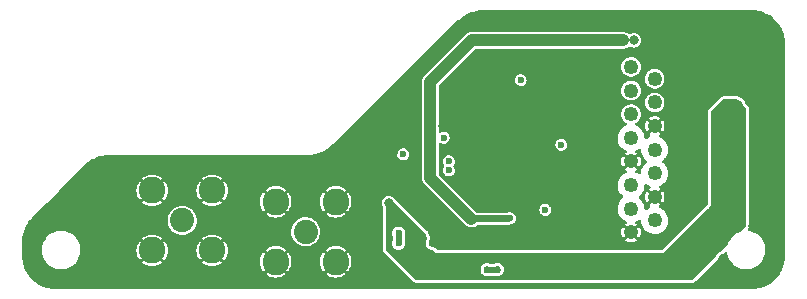
<source format=gbr>
%TF.GenerationSoftware,KiCad,Pcbnew,(6.0.5-0)*%
%TF.CreationDate,2024-08-15T15:02:19-04:00*%
%TF.ProjectId,SDTV2CSI,53445456-3243-4534-992e-6b696361645f,rev?*%
%TF.SameCoordinates,Original*%
%TF.FileFunction,Copper,L3,Inr*%
%TF.FilePolarity,Positive*%
%FSLAX46Y46*%
G04 Gerber Fmt 4.6, Leading zero omitted, Abs format (unit mm)*
G04 Created by KiCad (PCBNEW (6.0.5-0)) date 2024-08-15 15:02:19*
%MOMM*%
%LPD*%
G01*
G04 APERTURE LIST*
%TA.AperFunction,ComponentPad*%
%ADD10C,1.250000*%
%TD*%
%TA.AperFunction,ComponentPad*%
%ADD11C,2.050000*%
%TD*%
%TA.AperFunction,ComponentPad*%
%ADD12C,2.250000*%
%TD*%
%TA.AperFunction,ViaPad*%
%ADD13C,0.600000*%
%TD*%
%TA.AperFunction,ViaPad*%
%ADD14C,0.800000*%
%TD*%
%TA.AperFunction,Conductor*%
%ADD15C,0.500000*%
%TD*%
%TA.AperFunction,Conductor*%
%ADD16C,1.000000*%
%TD*%
G04 APERTURE END LIST*
D10*
%TO.N,GND*%
%TO.C,J3*%
X150500000Y-68000000D03*
%TO.N,CD0-*%
X152500000Y-67000000D03*
%TO.N,CD0+*%
X150500000Y-66000000D03*
%TO.N,GND*%
X152500000Y-65000000D03*
%TO.N,CD1-*%
X150500000Y-64000000D03*
%TO.N,CD1+*%
X152500000Y-63000000D03*
%TO.N,GND*%
X150500000Y-62000000D03*
%TO.N,CLK-*%
X152500000Y-61000000D03*
%TO.N,CLK+*%
X150500000Y-60000000D03*
%TO.N,GND*%
X152500000Y-59000000D03*
%TO.N,PWR_EN*%
X150500000Y-57999998D03*
%TO.N,LED_EN*%
X152500000Y-57000000D03*
%TO.N,SCL*%
X150500000Y-56000000D03*
%TO.N,SDA*%
X152500000Y-55000000D03*
%TO.N,+3V3*%
X150500000Y-54000000D03*
%TD*%
D11*
%TO.N,video_in2*%
%TO.C,J2*%
X122960000Y-67960000D03*
D12*
%TO.N,GND*%
X120420000Y-65420000D03*
X125500000Y-70500000D03*
X125500000Y-65420000D03*
X120420000Y-70500000D03*
%TD*%
D11*
%TO.N,video_in1*%
%TO.C,J1*%
X112500000Y-67000000D03*
D12*
%TO.N,GND*%
X109960000Y-64460000D03*
X109960000Y-69540000D03*
X115040000Y-64460000D03*
X115040000Y-69540000D03*
%TD*%
D13*
%TO.N,GND*%
X147930000Y-56800000D03*
X157250000Y-50500000D03*
X130820000Y-68940000D03*
D14*
X99800000Y-67930000D03*
X159650000Y-54750000D03*
D13*
X145420000Y-60440000D03*
X148940000Y-50740000D03*
D14*
X136000000Y-51250000D03*
X161200000Y-53670000D03*
D13*
X139190000Y-68320000D03*
D14*
X135190000Y-66750000D03*
D13*
X141600000Y-58530000D03*
D14*
X134750000Y-55750000D03*
D13*
X133670000Y-68930000D03*
D14*
X132410000Y-56340000D03*
X158320000Y-70240000D03*
D13*
X145860000Y-66480000D03*
D14*
X134600000Y-58990000D03*
X142230000Y-63990000D03*
X156500000Y-55600000D03*
D13*
X128595000Y-63440000D03*
X141845000Y-68060000D03*
D14*
X147600000Y-58650000D03*
D13*
X144695000Y-68070000D03*
D14*
X160860000Y-67480000D03*
X161200000Y-50480000D03*
X105360000Y-62460000D03*
D13*
X144500000Y-62890000D03*
D14*
X162380000Y-71690000D03*
X137200000Y-50650000D03*
D13*
X130820000Y-68060000D03*
X139180000Y-71170000D03*
X153930000Y-53170000D03*
X128595000Y-62560000D03*
X144000000Y-50720000D03*
X143750000Y-52702300D03*
X149150000Y-54340000D03*
X132750000Y-64170000D03*
X131445000Y-63430000D03*
X133670000Y-68070000D03*
X138170000Y-55560000D03*
X144670000Y-56120000D03*
D14*
X100460000Y-71770000D03*
X152975000Y-69100000D03*
X156590000Y-65490000D03*
X131280000Y-65180000D03*
D13*
X141845000Y-68940000D03*
X153060000Y-50320000D03*
X148750000Y-58175000D03*
D14*
X162500000Y-58500000D03*
D13*
X131445000Y-62570000D03*
D14*
X136450000Y-67820000D03*
D13*
X153530000Y-62000000D03*
X153070000Y-53170000D03*
X139410000Y-56080000D03*
D14*
X131620000Y-72350000D03*
D13*
X142390000Y-55630000D03*
X141710000Y-54550000D03*
X144695000Y-68930000D03*
D14*
X124230000Y-61810000D03*
X145120000Y-58660000D03*
X135800000Y-64100000D03*
D13*
X153940000Y-50320000D03*
X138310000Y-68320000D03*
D14*
X161450000Y-57240000D03*
X142050000Y-53170000D03*
X161450000Y-59760000D03*
X145860000Y-64110000D03*
D13*
X144790000Y-59760000D03*
D14*
X128990000Y-66150000D03*
X162230000Y-51750000D03*
X148880000Y-64110000D03*
D13*
X138320000Y-71170000D03*
X122850000Y-64090000D03*
X147660000Y-67330000D03*
X147890000Y-52702300D03*
X149280000Y-55610000D03*
D14*
%TO.N,+1V8*%
X159600000Y-57200000D03*
X158650000Y-57500000D03*
X157975000Y-58225000D03*
X141250000Y-70650000D03*
X142440000Y-70650000D03*
X133200000Y-70650000D03*
X130000000Y-65500000D03*
D13*
%TO.N,PWR_EN*%
X134630000Y-60000000D03*
%TO.N,SCL*%
X135080000Y-62752300D03*
%TO.N,SDA*%
X135080000Y-62000000D03*
%TO.N,DVDDIO*%
X140240000Y-66820000D03*
X133490000Y-63680000D03*
D14*
X150750000Y-51750000D03*
X136980000Y-66890000D03*
X149850000Y-51750000D03*
D13*
%TO.N,MVDD*%
X143250000Y-66110000D03*
X144610000Y-60590000D03*
%TO.N,PVDD*%
X131220000Y-61400000D03*
X141156787Y-55106787D03*
%TD*%
D15*
%TO.N,GND*%
X130820000Y-68060000D02*
X130820000Y-68940000D01*
X138320000Y-71170000D02*
X139180000Y-71170000D01*
D16*
%TO.N,DVDDIO*%
X137000000Y-51750000D02*
X149850000Y-51750000D01*
D15*
X140240000Y-66820000D02*
X137090000Y-66820000D01*
D16*
X133500000Y-55250000D02*
X137000000Y-51750000D01*
X136980000Y-66890000D02*
X133500000Y-63410000D01*
X133500000Y-63410000D02*
X133500000Y-55250000D01*
D15*
X136980000Y-66890000D02*
X140170000Y-66890000D01*
X140170000Y-66890000D02*
X140240000Y-66820000D01*
%TD*%
%TA.AperFunction,Conductor*%
%TO.N,GND*%
G36*
X160730612Y-49205750D02*
G01*
X160735806Y-49205759D01*
X160749635Y-49208939D01*
X160763474Y-49205807D01*
X160777665Y-49205832D01*
X160777664Y-49206402D01*
X160785899Y-49205716D01*
X160914933Y-49212963D01*
X161056025Y-49220886D01*
X161070057Y-49222467D01*
X161217661Y-49247546D01*
X161365259Y-49272624D01*
X161379034Y-49275768D01*
X161469034Y-49301696D01*
X161666770Y-49358663D01*
X161680089Y-49363324D01*
X161956736Y-49477915D01*
X161969459Y-49484042D01*
X162054834Y-49531227D01*
X162231525Y-49628881D01*
X162243489Y-49636398D01*
X162487696Y-49809672D01*
X162498742Y-49818482D01*
X162722006Y-50018002D01*
X162731998Y-50027994D01*
X162931518Y-50251258D01*
X162940328Y-50262304D01*
X163113602Y-50506511D01*
X163121119Y-50518475D01*
X163265956Y-50780537D01*
X163272085Y-50793264D01*
X163386676Y-51069911D01*
X163391337Y-51083230D01*
X163436082Y-51238543D01*
X163474232Y-51370966D01*
X163477376Y-51384741D01*
X163524937Y-51664663D01*
X163527532Y-51679938D01*
X163529114Y-51693975D01*
X163541539Y-51915227D01*
X163544252Y-51963534D01*
X163543563Y-51971618D01*
X163544266Y-51971619D01*
X163544241Y-51985805D01*
X163541061Y-51999635D01*
X163544193Y-52013476D01*
X163544185Y-52017936D01*
X163546300Y-52036865D01*
X163546300Y-69962553D01*
X163544250Y-69980612D01*
X163544241Y-69985806D01*
X163541061Y-69999635D01*
X163544193Y-70013474D01*
X163544168Y-70027665D01*
X163543598Y-70027664D01*
X163544284Y-70035899D01*
X163530915Y-70273958D01*
X163529114Y-70306021D01*
X163527533Y-70320057D01*
X163518505Y-70373190D01*
X163477376Y-70615259D01*
X163474232Y-70629034D01*
X163391337Y-70916770D01*
X163386676Y-70930089D01*
X163294115Y-71153552D01*
X163272087Y-71206732D01*
X163265956Y-71219463D01*
X163121119Y-71481525D01*
X163113602Y-71493489D01*
X162940328Y-71737696D01*
X162931518Y-71748742D01*
X162731998Y-71972006D01*
X162722006Y-71981998D01*
X162498742Y-72181518D01*
X162487696Y-72190328D01*
X162243489Y-72363602D01*
X162231525Y-72371119D01*
X162080752Y-72454449D01*
X161969459Y-72515958D01*
X161956736Y-72522085D01*
X161680089Y-72636676D01*
X161666770Y-72641337D01*
X161469034Y-72698304D01*
X161379034Y-72724232D01*
X161365259Y-72727376D01*
X161217660Y-72752454D01*
X161070057Y-72777533D01*
X161056025Y-72779114D01*
X160786465Y-72794252D01*
X160778382Y-72793563D01*
X160778381Y-72794266D01*
X160764195Y-72794241D01*
X160750365Y-72791061D01*
X160736524Y-72794193D01*
X160732064Y-72794185D01*
X160713135Y-72796300D01*
X101787447Y-72796300D01*
X101769388Y-72794250D01*
X101764194Y-72794241D01*
X101750365Y-72791061D01*
X101736526Y-72794193D01*
X101722335Y-72794168D01*
X101722336Y-72793598D01*
X101714101Y-72794284D01*
X101585067Y-72787037D01*
X101443975Y-72779114D01*
X101429943Y-72777533D01*
X101282339Y-72752454D01*
X101134741Y-72727376D01*
X101120966Y-72724232D01*
X101030966Y-72698304D01*
X100833230Y-72641337D01*
X100819911Y-72636676D01*
X100543264Y-72522085D01*
X100530541Y-72515958D01*
X100419248Y-72454449D01*
X100268475Y-72371119D01*
X100256511Y-72363602D01*
X100012304Y-72190328D01*
X100001258Y-72181518D01*
X99777994Y-71981998D01*
X99768002Y-71972006D01*
X99568482Y-71748742D01*
X99559672Y-71737696D01*
X99409890Y-71526598D01*
X119578351Y-71526598D01*
X119587648Y-71538614D01*
X119748858Y-71651494D01*
X119758344Y-71656972D01*
X119959011Y-71750545D01*
X119969303Y-71754291D01*
X120183166Y-71811595D01*
X120193958Y-71813498D01*
X120414525Y-71832795D01*
X120425475Y-71832795D01*
X120646042Y-71813498D01*
X120656834Y-71811595D01*
X120870697Y-71754291D01*
X120880989Y-71750545D01*
X121081656Y-71656972D01*
X121091142Y-71651494D01*
X121253190Y-71538028D01*
X121261565Y-71527550D01*
X121261065Y-71526598D01*
X124658351Y-71526598D01*
X124667648Y-71538614D01*
X124828858Y-71651494D01*
X124838344Y-71656972D01*
X125039011Y-71750545D01*
X125049303Y-71754291D01*
X125263166Y-71811595D01*
X125273958Y-71813498D01*
X125494525Y-71832795D01*
X125505475Y-71832795D01*
X125726042Y-71813498D01*
X125736834Y-71811595D01*
X125950697Y-71754291D01*
X125960989Y-71750545D01*
X126161656Y-71656972D01*
X126171142Y-71651494D01*
X126333190Y-71538028D01*
X126341565Y-71527550D01*
X126334497Y-71514102D01*
X125512812Y-70692417D01*
X125498868Y-70684803D01*
X125497035Y-70684934D01*
X125490420Y-70689185D01*
X124664781Y-71514824D01*
X124658351Y-71526598D01*
X121261065Y-71526598D01*
X121254497Y-71514102D01*
X120432812Y-70692417D01*
X120418868Y-70684803D01*
X120417035Y-70684934D01*
X120410420Y-70689185D01*
X119584781Y-71514824D01*
X119578351Y-71526598D01*
X99409890Y-71526598D01*
X99386398Y-71493489D01*
X99378881Y-71481525D01*
X99234044Y-71219463D01*
X99227913Y-71206732D01*
X99205885Y-71153552D01*
X99113324Y-70930089D01*
X99108663Y-70916770D01*
X99025768Y-70629034D01*
X99022624Y-70615259D01*
X98981495Y-70373190D01*
X98972467Y-70320057D01*
X98970886Y-70306021D01*
X98955764Y-70036750D01*
X98957655Y-70014908D01*
X98956511Y-70014776D01*
X98957327Y-70007678D01*
X98958938Y-70000729D01*
X98958939Y-70000000D01*
X98956854Y-69990861D01*
X98953700Y-69962846D01*
X98953700Y-69500000D01*
X100619474Y-69500000D01*
X100639548Y-69755070D01*
X100640702Y-69759875D01*
X100640703Y-69759883D01*
X100663550Y-69855043D01*
X100699278Y-70003860D01*
X100701171Y-70008431D01*
X100701172Y-70008433D01*
X100790645Y-70224439D01*
X100797191Y-70240243D01*
X100930877Y-70458399D01*
X101097044Y-70652956D01*
X101291601Y-70819123D01*
X101509757Y-70952809D01*
X101514327Y-70954702D01*
X101514331Y-70954704D01*
X101741567Y-71048828D01*
X101746140Y-71050722D01*
X101834157Y-71071853D01*
X101990117Y-71109297D01*
X101990123Y-71109298D01*
X101994930Y-71110452D01*
X102083569Y-71117428D01*
X102183680Y-71125307D01*
X102183689Y-71125307D01*
X102186137Y-71125500D01*
X102313863Y-71125500D01*
X102316311Y-71125307D01*
X102316320Y-71125307D01*
X102416431Y-71117428D01*
X102505070Y-71110452D01*
X102509877Y-71109298D01*
X102509883Y-71109297D01*
X102665843Y-71071853D01*
X102753860Y-71050722D01*
X102758433Y-71048828D01*
X102985669Y-70954704D01*
X102985673Y-70954702D01*
X102990243Y-70952809D01*
X103208399Y-70819123D01*
X103402956Y-70652956D01*
X103476713Y-70566598D01*
X109118351Y-70566598D01*
X109127648Y-70578614D01*
X109288858Y-70691494D01*
X109298344Y-70696972D01*
X109499011Y-70790545D01*
X109509303Y-70794291D01*
X109723166Y-70851595D01*
X109733958Y-70853498D01*
X109954525Y-70872795D01*
X109965475Y-70872795D01*
X110186042Y-70853498D01*
X110196834Y-70851595D01*
X110410697Y-70794291D01*
X110420989Y-70790545D01*
X110621656Y-70696972D01*
X110631142Y-70691494D01*
X110793190Y-70578028D01*
X110801565Y-70567550D01*
X110801065Y-70566598D01*
X114198351Y-70566598D01*
X114207648Y-70578614D01*
X114368858Y-70691494D01*
X114378344Y-70696972D01*
X114579011Y-70790545D01*
X114589303Y-70794291D01*
X114803166Y-70851595D01*
X114813958Y-70853498D01*
X115034525Y-70872795D01*
X115045475Y-70872795D01*
X115266042Y-70853498D01*
X115276834Y-70851595D01*
X115490697Y-70794291D01*
X115500989Y-70790545D01*
X115701656Y-70696972D01*
X115711142Y-70691494D01*
X115873190Y-70578028D01*
X115881565Y-70567550D01*
X115874497Y-70554102D01*
X115825870Y-70505475D01*
X119087205Y-70505475D01*
X119106502Y-70726042D01*
X119108405Y-70736834D01*
X119165709Y-70950697D01*
X119169455Y-70960989D01*
X119263028Y-71161656D01*
X119268506Y-71171142D01*
X119381972Y-71333190D01*
X119392450Y-71341565D01*
X119405898Y-71334497D01*
X120227583Y-70512812D01*
X120233961Y-70501132D01*
X120604803Y-70501132D01*
X120604934Y-70502965D01*
X120609185Y-70509580D01*
X121434824Y-71335219D01*
X121446598Y-71341649D01*
X121458614Y-71332352D01*
X121571494Y-71171142D01*
X121576972Y-71161656D01*
X121670545Y-70960989D01*
X121674291Y-70950697D01*
X121731595Y-70736834D01*
X121733498Y-70726042D01*
X121752795Y-70505475D01*
X124167205Y-70505475D01*
X124186502Y-70726042D01*
X124188405Y-70736834D01*
X124245709Y-70950697D01*
X124249455Y-70960989D01*
X124343028Y-71161656D01*
X124348506Y-71171142D01*
X124461972Y-71333190D01*
X124472450Y-71341565D01*
X124485898Y-71334497D01*
X125307583Y-70512812D01*
X125313961Y-70501132D01*
X125684803Y-70501132D01*
X125684934Y-70502965D01*
X125689185Y-70509580D01*
X126514824Y-71335219D01*
X126526598Y-71341649D01*
X126538614Y-71332352D01*
X126651494Y-71171142D01*
X126656972Y-71161656D01*
X126750545Y-70960989D01*
X126754291Y-70950697D01*
X126811595Y-70736834D01*
X126813498Y-70726042D01*
X126832795Y-70505475D01*
X126832795Y-70494525D01*
X126813498Y-70273958D01*
X126811595Y-70263166D01*
X126754291Y-70049303D01*
X126750545Y-70039011D01*
X126656972Y-69838344D01*
X126651494Y-69828858D01*
X126538028Y-69666810D01*
X126527550Y-69658435D01*
X126514102Y-69665503D01*
X125692417Y-70487188D01*
X125684803Y-70501132D01*
X125313961Y-70501132D01*
X125315197Y-70498868D01*
X125315066Y-70497035D01*
X125310815Y-70490420D01*
X124485176Y-69664781D01*
X124473402Y-69658351D01*
X124461386Y-69667648D01*
X124348506Y-69828858D01*
X124343028Y-69838344D01*
X124249455Y-70039011D01*
X124245709Y-70049303D01*
X124188405Y-70263166D01*
X124186502Y-70273958D01*
X124167205Y-70494525D01*
X124167205Y-70505475D01*
X121752795Y-70505475D01*
X121752795Y-70494525D01*
X121733498Y-70273958D01*
X121731595Y-70263166D01*
X121674291Y-70049303D01*
X121670545Y-70039011D01*
X121576972Y-69838344D01*
X121571494Y-69828858D01*
X121458028Y-69666810D01*
X121447550Y-69658435D01*
X121434102Y-69665503D01*
X120612417Y-70487188D01*
X120604803Y-70501132D01*
X120233961Y-70501132D01*
X120235197Y-70498868D01*
X120235066Y-70497035D01*
X120230815Y-70490420D01*
X119405176Y-69664781D01*
X119393402Y-69658351D01*
X119381386Y-69667648D01*
X119268506Y-69828858D01*
X119263028Y-69838344D01*
X119169455Y-70039011D01*
X119165709Y-70049303D01*
X119108405Y-70263166D01*
X119106502Y-70273958D01*
X119087205Y-70494525D01*
X119087205Y-70505475D01*
X115825870Y-70505475D01*
X115052812Y-69732417D01*
X115038868Y-69724803D01*
X115037035Y-69724934D01*
X115030420Y-69729185D01*
X114204781Y-70554824D01*
X114198351Y-70566598D01*
X110801065Y-70566598D01*
X110794497Y-70554102D01*
X109972812Y-69732417D01*
X109958868Y-69724803D01*
X109957035Y-69724934D01*
X109950420Y-69729185D01*
X109124781Y-70554824D01*
X109118351Y-70566598D01*
X103476713Y-70566598D01*
X103569123Y-70458399D01*
X103702809Y-70240243D01*
X103709356Y-70224439D01*
X103798828Y-70008433D01*
X103798829Y-70008431D01*
X103800722Y-70003860D01*
X103836450Y-69855043D01*
X103859297Y-69759883D01*
X103859298Y-69759875D01*
X103860452Y-69755070D01*
X103876947Y-69545475D01*
X108627205Y-69545475D01*
X108646502Y-69766042D01*
X108648405Y-69776834D01*
X108705709Y-69990697D01*
X108709455Y-70000989D01*
X108803028Y-70201656D01*
X108808506Y-70211142D01*
X108921972Y-70373190D01*
X108932450Y-70381565D01*
X108945898Y-70374497D01*
X109767583Y-69552812D01*
X109773961Y-69541132D01*
X110144803Y-69541132D01*
X110144934Y-69542965D01*
X110149185Y-69549580D01*
X110974824Y-70375219D01*
X110986598Y-70381649D01*
X110998614Y-70372352D01*
X111111494Y-70211142D01*
X111116972Y-70201656D01*
X111210545Y-70000989D01*
X111214291Y-69990697D01*
X111271595Y-69776834D01*
X111273498Y-69766042D01*
X111292795Y-69545475D01*
X113707205Y-69545475D01*
X113726502Y-69766042D01*
X113728405Y-69776834D01*
X113785709Y-69990697D01*
X113789455Y-70000989D01*
X113883028Y-70201656D01*
X113888506Y-70211142D01*
X114001972Y-70373190D01*
X114012450Y-70381565D01*
X114025898Y-70374497D01*
X114847583Y-69552812D01*
X114853961Y-69541132D01*
X115224803Y-69541132D01*
X115224934Y-69542965D01*
X115229185Y-69549580D01*
X116054824Y-70375219D01*
X116066598Y-70381649D01*
X116078614Y-70372352D01*
X116191494Y-70211142D01*
X116196972Y-70201656D01*
X116290545Y-70000989D01*
X116294291Y-69990697D01*
X116351595Y-69776834D01*
X116353498Y-69766042D01*
X116372795Y-69545475D01*
X116372795Y-69534525D01*
X116367364Y-69472450D01*
X119578435Y-69472450D01*
X119585503Y-69485898D01*
X120407188Y-70307583D01*
X120421132Y-70315197D01*
X120422965Y-70315066D01*
X120429580Y-70310815D01*
X121255219Y-69485176D01*
X121261649Y-69473402D01*
X121260912Y-69472450D01*
X124658435Y-69472450D01*
X124665503Y-69485898D01*
X125487188Y-70307583D01*
X125501132Y-70315197D01*
X125502965Y-70315066D01*
X125509580Y-70310815D01*
X126335219Y-69485176D01*
X126341649Y-69473402D01*
X126332352Y-69461386D01*
X126171142Y-69348506D01*
X126161656Y-69343028D01*
X125960989Y-69249455D01*
X125950697Y-69245709D01*
X125736834Y-69188405D01*
X125726042Y-69186502D01*
X125505475Y-69167205D01*
X125494525Y-69167205D01*
X125273958Y-69186502D01*
X125263166Y-69188405D01*
X125049303Y-69245709D01*
X125039011Y-69249455D01*
X124838344Y-69343028D01*
X124828858Y-69348506D01*
X124666810Y-69461972D01*
X124658435Y-69472450D01*
X121260912Y-69472450D01*
X121252352Y-69461386D01*
X121091142Y-69348506D01*
X121081656Y-69343028D01*
X120880989Y-69249455D01*
X120870697Y-69245709D01*
X120656834Y-69188405D01*
X120646042Y-69186502D01*
X120425475Y-69167205D01*
X120414525Y-69167205D01*
X120193958Y-69186502D01*
X120183166Y-69188405D01*
X119969303Y-69245709D01*
X119959011Y-69249455D01*
X119758344Y-69343028D01*
X119748858Y-69348506D01*
X119586810Y-69461972D01*
X119578435Y-69472450D01*
X116367364Y-69472450D01*
X116353498Y-69313958D01*
X116351595Y-69303166D01*
X116294291Y-69089303D01*
X116290545Y-69079011D01*
X116196972Y-68878344D01*
X116191494Y-68868858D01*
X116078028Y-68706810D01*
X116067550Y-68698435D01*
X116054102Y-68705503D01*
X115232417Y-69527188D01*
X115224803Y-69541132D01*
X114853961Y-69541132D01*
X114855197Y-69538868D01*
X114855066Y-69537035D01*
X114850815Y-69530420D01*
X114025176Y-68704781D01*
X114013402Y-68698351D01*
X114001386Y-68707648D01*
X113888506Y-68868858D01*
X113883028Y-68878344D01*
X113789455Y-69079011D01*
X113785709Y-69089303D01*
X113728405Y-69303166D01*
X113726502Y-69313958D01*
X113707205Y-69534525D01*
X113707205Y-69545475D01*
X111292795Y-69545475D01*
X111292795Y-69534525D01*
X111273498Y-69313958D01*
X111271595Y-69303166D01*
X111214291Y-69089303D01*
X111210545Y-69079011D01*
X111116972Y-68878344D01*
X111111494Y-68868858D01*
X110998028Y-68706810D01*
X110987550Y-68698435D01*
X110974102Y-68705503D01*
X110152417Y-69527188D01*
X110144803Y-69541132D01*
X109773961Y-69541132D01*
X109775197Y-69538868D01*
X109775066Y-69537035D01*
X109770815Y-69530420D01*
X108945176Y-68704781D01*
X108933402Y-68698351D01*
X108921386Y-68707648D01*
X108808506Y-68868858D01*
X108803028Y-68878344D01*
X108709455Y-69079011D01*
X108705709Y-69089303D01*
X108648405Y-69303166D01*
X108646502Y-69313958D01*
X108627205Y-69534525D01*
X108627205Y-69545475D01*
X103876947Y-69545475D01*
X103880526Y-69500000D01*
X103860452Y-69244930D01*
X103859298Y-69240123D01*
X103859297Y-69240117D01*
X103807650Y-69024996D01*
X103800722Y-68996140D01*
X103766513Y-68913552D01*
X103704704Y-68764331D01*
X103704702Y-68764327D01*
X103702809Y-68759757D01*
X103569123Y-68541601D01*
X103544226Y-68512450D01*
X109118435Y-68512450D01*
X109125503Y-68525898D01*
X109947188Y-69347583D01*
X109961132Y-69355197D01*
X109962965Y-69355066D01*
X109969580Y-69350815D01*
X110795219Y-68525176D01*
X110801649Y-68513402D01*
X110800912Y-68512450D01*
X114198435Y-68512450D01*
X114205503Y-68525898D01*
X115027188Y-69347583D01*
X115041132Y-69355197D01*
X115042965Y-69355066D01*
X115049580Y-69350815D01*
X115875219Y-68525176D01*
X115881649Y-68513402D01*
X115872352Y-68501386D01*
X115711142Y-68388506D01*
X115701656Y-68383028D01*
X115500989Y-68289455D01*
X115490697Y-68285709D01*
X115276834Y-68228405D01*
X115266042Y-68226502D01*
X115045475Y-68207205D01*
X115034525Y-68207205D01*
X114813958Y-68226502D01*
X114803166Y-68228405D01*
X114589303Y-68285709D01*
X114579011Y-68289455D01*
X114378344Y-68383028D01*
X114368858Y-68388506D01*
X114206810Y-68501972D01*
X114198435Y-68512450D01*
X110800912Y-68512450D01*
X110792352Y-68501386D01*
X110631142Y-68388506D01*
X110621656Y-68383028D01*
X110420989Y-68289455D01*
X110410697Y-68285709D01*
X110196834Y-68228405D01*
X110186042Y-68226502D01*
X109965475Y-68207205D01*
X109954525Y-68207205D01*
X109733958Y-68226502D01*
X109723166Y-68228405D01*
X109509303Y-68285709D01*
X109499011Y-68289455D01*
X109298344Y-68383028D01*
X109288858Y-68388506D01*
X109126810Y-68501972D01*
X109118435Y-68512450D01*
X103544226Y-68512450D01*
X103402956Y-68347044D01*
X103208399Y-68180877D01*
X102990243Y-68047191D01*
X102985673Y-68045298D01*
X102985669Y-68045296D01*
X102758433Y-67951172D01*
X102758431Y-67951171D01*
X102753860Y-67949278D01*
X102665843Y-67928147D01*
X102509883Y-67890703D01*
X102509877Y-67890702D01*
X102505070Y-67889548D01*
X102416431Y-67882572D01*
X102316320Y-67874693D01*
X102316311Y-67874693D01*
X102313863Y-67874500D01*
X102186137Y-67874500D01*
X102183689Y-67874693D01*
X102183680Y-67874693D01*
X102083569Y-67882572D01*
X101994930Y-67889548D01*
X101990123Y-67890702D01*
X101990117Y-67890703D01*
X101834157Y-67928147D01*
X101746140Y-67949278D01*
X101741569Y-67951171D01*
X101741567Y-67951172D01*
X101514331Y-68045296D01*
X101514327Y-68045298D01*
X101509757Y-68047191D01*
X101291601Y-68180877D01*
X101097044Y-68347044D01*
X100930877Y-68541601D01*
X100797191Y-68759757D01*
X100795298Y-68764327D01*
X100795296Y-68764331D01*
X100733487Y-68913552D01*
X100699278Y-68996140D01*
X100692350Y-69024996D01*
X100640703Y-69240117D01*
X100640702Y-69240123D01*
X100639548Y-69244930D01*
X100619474Y-69500000D01*
X98953700Y-69500000D01*
X98953700Y-68787739D01*
X98956955Y-68759286D01*
X98957326Y-68757686D01*
X98957327Y-68757681D01*
X98958938Y-68750729D01*
X98958939Y-68750000D01*
X98957357Y-68743064D01*
X98956565Y-68735990D01*
X98957418Y-68735895D01*
X98955479Y-68713792D01*
X98964745Y-68525176D01*
X98966861Y-68482093D01*
X98968073Y-68469792D01*
X98973145Y-68435604D01*
X99006522Y-68210593D01*
X99008933Y-68198468D01*
X99013340Y-68180877D01*
X99031223Y-68109483D01*
X99072604Y-67944283D01*
X99076193Y-67932451D01*
X99164471Y-67685730D01*
X99169203Y-67674306D01*
X99281238Y-67437428D01*
X99287067Y-67426523D01*
X99421782Y-67201765D01*
X99428652Y-67191484D01*
X99570666Y-67000000D01*
X111266607Y-67000000D01*
X111285345Y-67214176D01*
X111286769Y-67219489D01*
X111286769Y-67219491D01*
X111324888Y-67361750D01*
X111340990Y-67421845D01*
X111343313Y-67426826D01*
X111343313Y-67426827D01*
X111422681Y-67597032D01*
X111431850Y-67616696D01*
X111555166Y-67792810D01*
X111707190Y-67944834D01*
X111711698Y-67947991D01*
X111711701Y-67947993D01*
X111781972Y-67997197D01*
X111883303Y-68068150D01*
X111888287Y-68070474D01*
X112073166Y-68156684D01*
X112073170Y-68156685D01*
X112078155Y-68159010D01*
X112171766Y-68184093D01*
X112280509Y-68213231D01*
X112280511Y-68213231D01*
X112285824Y-68214655D01*
X112500000Y-68233393D01*
X112714176Y-68214655D01*
X112719489Y-68213231D01*
X112719491Y-68213231D01*
X112828234Y-68184093D01*
X112921845Y-68159010D01*
X112926830Y-68156685D01*
X112926834Y-68156684D01*
X113111713Y-68070474D01*
X113116697Y-68068150D01*
X113218028Y-67997197D01*
X113271151Y-67960000D01*
X121726607Y-67960000D01*
X121745345Y-68174176D01*
X121746769Y-68179489D01*
X121746769Y-68179491D01*
X121798414Y-68372230D01*
X121800990Y-68381845D01*
X121803313Y-68386826D01*
X121803313Y-68386827D01*
X121868163Y-68525898D01*
X121891850Y-68576696D01*
X122015166Y-68752810D01*
X122167190Y-68904834D01*
X122171698Y-68907991D01*
X122171701Y-68907993D01*
X122226621Y-68946448D01*
X122343303Y-69028150D01*
X122348287Y-69030474D01*
X122533166Y-69116684D01*
X122533170Y-69116685D01*
X122538155Y-69119010D01*
X122617972Y-69140397D01*
X122740509Y-69173231D01*
X122740511Y-69173231D01*
X122745824Y-69174655D01*
X122960000Y-69193393D01*
X123174176Y-69174655D01*
X123179489Y-69173231D01*
X123179491Y-69173231D01*
X123302028Y-69140397D01*
X123381845Y-69119010D01*
X123386830Y-69116685D01*
X123386834Y-69116684D01*
X123571713Y-69030474D01*
X123576697Y-69028150D01*
X123693379Y-68946448D01*
X123748299Y-68907993D01*
X123748302Y-68907991D01*
X123752810Y-68904834D01*
X123904834Y-68752810D01*
X124028150Y-68576696D01*
X124051838Y-68525898D01*
X124116687Y-68386827D01*
X124116687Y-68386826D01*
X124119010Y-68381845D01*
X124121587Y-68372230D01*
X124173231Y-68179491D01*
X124173231Y-68179489D01*
X124174655Y-68174176D01*
X124193393Y-67960000D01*
X124174655Y-67745824D01*
X124140055Y-67616696D01*
X124120433Y-67543465D01*
X124120432Y-67543463D01*
X124119010Y-67538155D01*
X124114073Y-67527567D01*
X124030473Y-67348285D01*
X124030471Y-67348282D01*
X124028150Y-67343304D01*
X123904834Y-67167190D01*
X123752810Y-67015166D01*
X123748302Y-67012009D01*
X123748299Y-67012007D01*
X123586047Y-66898397D01*
X123576697Y-66891850D01*
X123549540Y-66879186D01*
X123386834Y-66803316D01*
X123386830Y-66803315D01*
X123381845Y-66800990D01*
X123234590Y-66761533D01*
X123179491Y-66746769D01*
X123179489Y-66746769D01*
X123174176Y-66745345D01*
X122960000Y-66726607D01*
X122745824Y-66745345D01*
X122740511Y-66746769D01*
X122740509Y-66746769D01*
X122543465Y-66799567D01*
X122543463Y-66799568D01*
X122538155Y-66800990D01*
X122533174Y-66803313D01*
X122533173Y-66803313D01*
X122348285Y-66889527D01*
X122348282Y-66889529D01*
X122343304Y-66891850D01*
X122167190Y-67015166D01*
X122015166Y-67167190D01*
X121891850Y-67343304D01*
X121889529Y-67348282D01*
X121889527Y-67348285D01*
X121805927Y-67527567D01*
X121800990Y-67538155D01*
X121799568Y-67543463D01*
X121799567Y-67543465D01*
X121779945Y-67616696D01*
X121745345Y-67745824D01*
X121726607Y-67960000D01*
X113271151Y-67960000D01*
X113288299Y-67947993D01*
X113288302Y-67947991D01*
X113292810Y-67944834D01*
X113444834Y-67792810D01*
X113568150Y-67616696D01*
X113577320Y-67597032D01*
X113656687Y-67426827D01*
X113656687Y-67426826D01*
X113659010Y-67421845D01*
X113675113Y-67361750D01*
X113713231Y-67219491D01*
X113713231Y-67219489D01*
X113714655Y-67214176D01*
X113733393Y-67000000D01*
X113714655Y-66785824D01*
X113684770Y-66674291D01*
X113660433Y-66583465D01*
X113660432Y-66583463D01*
X113659010Y-66578155D01*
X113652378Y-66563933D01*
X113597664Y-66446598D01*
X119578351Y-66446598D01*
X119587648Y-66458614D01*
X119748858Y-66571494D01*
X119758344Y-66576972D01*
X119959011Y-66670545D01*
X119969303Y-66674291D01*
X120183166Y-66731595D01*
X120193958Y-66733498D01*
X120414525Y-66752795D01*
X120425475Y-66752795D01*
X120646042Y-66733498D01*
X120656834Y-66731595D01*
X120870697Y-66674291D01*
X120880989Y-66670545D01*
X121081656Y-66576972D01*
X121091142Y-66571494D01*
X121253190Y-66458028D01*
X121261565Y-66447550D01*
X121261065Y-66446598D01*
X124658351Y-66446598D01*
X124667648Y-66458614D01*
X124828858Y-66571494D01*
X124838344Y-66576972D01*
X125039011Y-66670545D01*
X125049303Y-66674291D01*
X125263166Y-66731595D01*
X125273958Y-66733498D01*
X125494525Y-66752795D01*
X125505475Y-66752795D01*
X125726042Y-66733498D01*
X125736834Y-66731595D01*
X125950697Y-66674291D01*
X125960989Y-66670545D01*
X126161656Y-66576972D01*
X126171142Y-66571494D01*
X126333190Y-66458028D01*
X126341565Y-66447550D01*
X126334497Y-66434102D01*
X125512812Y-65612417D01*
X125498868Y-65604803D01*
X125497035Y-65604934D01*
X125490420Y-65609185D01*
X124664781Y-66434824D01*
X124658351Y-66446598D01*
X121261065Y-66446598D01*
X121254497Y-66434102D01*
X120432812Y-65612417D01*
X120418868Y-65604803D01*
X120417035Y-65604934D01*
X120410420Y-65609185D01*
X119584781Y-66434824D01*
X119578351Y-66446598D01*
X113597664Y-66446598D01*
X113570473Y-66388285D01*
X113570471Y-66388282D01*
X113568150Y-66383304D01*
X113444834Y-66207190D01*
X113292810Y-66055166D01*
X113288302Y-66052009D01*
X113288299Y-66052007D01*
X113155474Y-65959002D01*
X113116697Y-65931850D01*
X113070519Y-65910317D01*
X112926834Y-65843316D01*
X112926830Y-65843315D01*
X112921845Y-65840990D01*
X112805797Y-65809895D01*
X112719491Y-65786769D01*
X112719489Y-65786769D01*
X112714176Y-65785345D01*
X112500000Y-65766607D01*
X112285824Y-65785345D01*
X112280511Y-65786769D01*
X112280509Y-65786769D01*
X112083465Y-65839567D01*
X112083463Y-65839568D01*
X112078155Y-65840990D01*
X112073174Y-65843313D01*
X112073173Y-65843313D01*
X111888285Y-65929527D01*
X111888282Y-65929529D01*
X111883304Y-65931850D01*
X111707190Y-66055166D01*
X111555166Y-66207190D01*
X111431850Y-66383304D01*
X111429529Y-66388282D01*
X111429527Y-66388285D01*
X111347622Y-66563933D01*
X111340990Y-66578155D01*
X111339568Y-66583463D01*
X111339567Y-66583465D01*
X111315230Y-66674291D01*
X111285345Y-66785824D01*
X111266607Y-67000000D01*
X99570666Y-67000000D01*
X99584744Y-66981018D01*
X99592588Y-66971460D01*
X99674900Y-66880642D01*
X99748178Y-66799792D01*
X99754423Y-66794565D01*
X99754086Y-66794227D01*
X99764140Y-66784208D01*
X99776164Y-66776680D01*
X99783734Y-66764682D01*
X99786894Y-66761533D01*
X99798786Y-66746650D01*
X101058838Y-65486598D01*
X109118351Y-65486598D01*
X109127648Y-65498614D01*
X109288858Y-65611494D01*
X109298344Y-65616972D01*
X109499011Y-65710545D01*
X109509303Y-65714291D01*
X109723166Y-65771595D01*
X109733958Y-65773498D01*
X109954525Y-65792795D01*
X109965475Y-65792795D01*
X110186042Y-65773498D01*
X110196834Y-65771595D01*
X110410697Y-65714291D01*
X110420989Y-65710545D01*
X110621656Y-65616972D01*
X110631142Y-65611494D01*
X110793190Y-65498028D01*
X110801565Y-65487550D01*
X110801065Y-65486598D01*
X114198351Y-65486598D01*
X114207648Y-65498614D01*
X114368858Y-65611494D01*
X114378344Y-65616972D01*
X114579011Y-65710545D01*
X114589303Y-65714291D01*
X114803166Y-65771595D01*
X114813958Y-65773498D01*
X115034525Y-65792795D01*
X115045475Y-65792795D01*
X115266042Y-65773498D01*
X115276834Y-65771595D01*
X115490697Y-65714291D01*
X115500989Y-65710545D01*
X115701656Y-65616972D01*
X115711142Y-65611494D01*
X115873190Y-65498028D01*
X115881565Y-65487550D01*
X115874497Y-65474102D01*
X115825870Y-65425475D01*
X119087205Y-65425475D01*
X119106502Y-65646042D01*
X119108405Y-65656834D01*
X119165709Y-65870697D01*
X119169455Y-65880989D01*
X119263028Y-66081656D01*
X119268506Y-66091142D01*
X119381972Y-66253190D01*
X119392450Y-66261565D01*
X119405898Y-66254497D01*
X120227583Y-65432812D01*
X120233961Y-65421132D01*
X120604803Y-65421132D01*
X120604934Y-65422965D01*
X120609185Y-65429580D01*
X121434824Y-66255219D01*
X121446598Y-66261649D01*
X121458614Y-66252352D01*
X121571494Y-66091142D01*
X121576972Y-66081656D01*
X121670545Y-65880989D01*
X121674291Y-65870697D01*
X121731595Y-65656834D01*
X121733498Y-65646042D01*
X121752795Y-65425475D01*
X124167205Y-65425475D01*
X124186502Y-65646042D01*
X124188405Y-65656834D01*
X124245709Y-65870697D01*
X124249455Y-65880989D01*
X124343028Y-66081656D01*
X124348506Y-66091142D01*
X124461972Y-66253190D01*
X124472450Y-66261565D01*
X124485898Y-66254497D01*
X125307583Y-65432812D01*
X125313961Y-65421132D01*
X125684803Y-65421132D01*
X125684934Y-65422965D01*
X125689185Y-65429580D01*
X126514824Y-66255219D01*
X126526598Y-66261649D01*
X126538614Y-66252352D01*
X126651494Y-66091142D01*
X126656972Y-66081656D01*
X126750545Y-65880989D01*
X126754291Y-65870697D01*
X126811595Y-65656834D01*
X126813498Y-65646042D01*
X126826275Y-65500000D01*
X129391091Y-65500000D01*
X129411839Y-65657597D01*
X129414998Y-65665224D01*
X129414999Y-65665227D01*
X129469509Y-65796826D01*
X129472669Y-65804454D01*
X129474339Y-65806630D01*
X129490500Y-65866944D01*
X129490500Y-69447810D01*
X129491986Y-69475545D01*
X129492166Y-69477222D01*
X129492167Y-69477231D01*
X129493604Y-69490601D01*
X129494865Y-69502328D01*
X129525123Y-69598961D01*
X129528085Y-69604385D01*
X129528087Y-69604390D01*
X129556212Y-69655894D01*
X129559149Y-69661273D01*
X129561844Y-69664873D01*
X129600714Y-69716797D01*
X129600718Y-69716801D01*
X129603411Y-69720399D01*
X132029601Y-72146589D01*
X132050260Y-72165147D01*
X132071234Y-72182050D01*
X132160960Y-72228987D01*
X132166901Y-72230731D01*
X132166900Y-72230731D01*
X132224758Y-72247720D01*
X132224762Y-72247721D01*
X132229081Y-72248989D01*
X132233529Y-72249629D01*
X132233536Y-72249630D01*
X132297742Y-72258861D01*
X132297749Y-72258861D01*
X132302190Y-72259500D01*
X155697810Y-72259500D01*
X155699465Y-72259411D01*
X155699477Y-72259411D01*
X155723865Y-72258104D01*
X155725545Y-72258014D01*
X155727222Y-72257834D01*
X155727231Y-72257833D01*
X155746170Y-72255797D01*
X155746171Y-72255797D01*
X155752328Y-72255135D01*
X155807355Y-72237905D01*
X155843057Y-72226726D01*
X155843060Y-72226725D01*
X155848961Y-72224877D01*
X155854385Y-72221915D01*
X155854390Y-72221913D01*
X155907325Y-72193007D01*
X155907327Y-72193006D01*
X155911273Y-72190851D01*
X155947121Y-72164015D01*
X155966797Y-72149286D01*
X155966801Y-72149282D01*
X155970399Y-72146589D01*
X157850961Y-70266027D01*
X157853009Y-70263505D01*
X157853016Y-70263497D01*
X157882677Y-70226966D01*
X157884729Y-70224439D01*
X157913027Y-70181114D01*
X157937539Y-70133472D01*
X157938720Y-70130443D01*
X157938729Y-70130423D01*
X157963781Y-70066170D01*
X157978086Y-70039491D01*
X158015528Y-69986216D01*
X158035782Y-69963721D01*
X158084853Y-69920913D01*
X158109883Y-69903903D01*
X158156683Y-69879747D01*
X158194152Y-69860407D01*
X158206013Y-69855043D01*
X158228104Y-69846396D01*
X158228116Y-69846390D01*
X158232138Y-69844816D01*
X158291818Y-69811393D01*
X158348513Y-69768475D01*
X158427068Y-69689920D01*
X158489380Y-69655894D01*
X158560195Y-69660959D01*
X158617031Y-69703506D01*
X158638888Y-69755229D01*
X158639548Y-69755070D01*
X158699278Y-70003860D01*
X158701171Y-70008431D01*
X158701172Y-70008433D01*
X158790645Y-70224439D01*
X158797191Y-70240243D01*
X158930877Y-70458399D01*
X159097044Y-70652956D01*
X159291601Y-70819123D01*
X159509757Y-70952809D01*
X159514327Y-70954702D01*
X159514331Y-70954704D01*
X159741567Y-71048828D01*
X159746140Y-71050722D01*
X159834157Y-71071853D01*
X159990117Y-71109297D01*
X159990123Y-71109298D01*
X159994930Y-71110452D01*
X160083569Y-71117428D01*
X160183680Y-71125307D01*
X160183689Y-71125307D01*
X160186137Y-71125500D01*
X160313863Y-71125500D01*
X160316311Y-71125307D01*
X160316320Y-71125307D01*
X160416431Y-71117428D01*
X160505070Y-71110452D01*
X160509877Y-71109298D01*
X160509883Y-71109297D01*
X160665843Y-71071853D01*
X160753860Y-71050722D01*
X160758433Y-71048828D01*
X160985669Y-70954704D01*
X160985673Y-70954702D01*
X160990243Y-70952809D01*
X161208399Y-70819123D01*
X161402956Y-70652956D01*
X161569123Y-70458399D01*
X161702809Y-70240243D01*
X161709356Y-70224439D01*
X161798828Y-70008433D01*
X161798829Y-70008431D01*
X161800722Y-70003860D01*
X161836450Y-69855043D01*
X161859297Y-69759883D01*
X161859298Y-69759875D01*
X161860452Y-69755070D01*
X161880526Y-69500000D01*
X161860452Y-69244930D01*
X161859298Y-69240123D01*
X161859297Y-69240117D01*
X161807650Y-69024996D01*
X161800722Y-68996140D01*
X161766513Y-68913552D01*
X161704704Y-68764331D01*
X161704702Y-68764327D01*
X161702809Y-68759757D01*
X161569123Y-68541601D01*
X161402956Y-68347044D01*
X161208399Y-68180877D01*
X160990243Y-68047191D01*
X160985673Y-68045298D01*
X160985669Y-68045296D01*
X160758433Y-67951172D01*
X160758431Y-67951171D01*
X160753860Y-67949278D01*
X160665843Y-67928147D01*
X160509883Y-67890703D01*
X160509877Y-67890702D01*
X160505070Y-67889548D01*
X160500138Y-67889160D01*
X160495245Y-67888385D01*
X160495454Y-67887066D01*
X160434815Y-67863954D01*
X160392676Y-67806815D01*
X160388117Y-67735965D01*
X160401997Y-67703917D01*
X160400709Y-67703240D01*
X160403996Y-67696987D01*
X160407955Y-67691148D01*
X160412344Y-67679902D01*
X160442512Y-67602587D01*
X160442512Y-67602586D01*
X160444761Y-67596823D01*
X160455986Y-67533587D01*
X160456147Y-67533616D01*
X160456785Y-67527519D01*
X160457055Y-67527567D01*
X160457173Y-67526902D01*
X160457438Y-67518844D01*
X160457507Y-67516726D01*
X160459137Y-67503186D01*
X160459026Y-67503174D01*
X160459697Y-67497022D01*
X160460969Y-67490961D01*
X160461032Y-67484948D01*
X160461014Y-67484948D01*
X160461378Y-67481614D01*
X160461713Y-67478832D01*
X160472597Y-67396160D01*
X160480124Y-67366842D01*
X160483167Y-67359037D01*
X160486156Y-67348598D01*
X160492272Y-67327230D01*
X160496423Y-67312731D01*
X160503249Y-67276432D01*
X160504489Y-67269840D01*
X160504490Y-67269832D01*
X160505030Y-67266961D01*
X160508194Y-67233020D01*
X160509228Y-67221926D01*
X160509228Y-67221917D01*
X160509500Y-67219003D01*
X160509500Y-57552190D01*
X160508014Y-57524455D01*
X160505135Y-57497672D01*
X160474877Y-57401039D01*
X160471915Y-57395615D01*
X160471913Y-57395610D01*
X160443007Y-57342675D01*
X160443006Y-57342673D01*
X160440851Y-57338727D01*
X160436296Y-57332642D01*
X160399286Y-57283203D01*
X160399282Y-57283199D01*
X160396589Y-57279601D01*
X160221041Y-57104053D01*
X160188963Y-57048494D01*
X160188161Y-57042403D01*
X160127331Y-56895546D01*
X160030564Y-56769436D01*
X159904455Y-56672669D01*
X159831026Y-56642254D01*
X159765227Y-56614999D01*
X159765224Y-56614998D01*
X159757597Y-56611839D01*
X159749408Y-56610761D01*
X159748673Y-56610564D01*
X159699793Y-56584900D01*
X159699740Y-56584853D01*
X159678766Y-56567950D01*
X159589040Y-56521013D01*
X159552279Y-56510219D01*
X159525242Y-56502280D01*
X159525238Y-56502279D01*
X159520919Y-56501011D01*
X159516471Y-56500371D01*
X159516464Y-56500370D01*
X159452258Y-56491139D01*
X159452251Y-56491139D01*
X159447810Y-56490500D01*
X158302190Y-56490500D01*
X158300535Y-56490589D01*
X158300523Y-56490589D01*
X158277022Y-56491848D01*
X158274455Y-56491986D01*
X158272778Y-56492166D01*
X158272769Y-56492167D01*
X158253830Y-56494203D01*
X158253829Y-56494203D01*
X158247672Y-56494865D01*
X158198637Y-56510219D01*
X158156943Y-56523274D01*
X158156940Y-56523275D01*
X158151039Y-56525123D01*
X158145615Y-56528085D01*
X158145610Y-56528087D01*
X158092675Y-56556993D01*
X158088727Y-56559149D01*
X158085127Y-56561844D01*
X158033203Y-56600714D01*
X158033199Y-56600718D01*
X158029601Y-56603411D01*
X157103411Y-57529601D01*
X157084853Y-57550260D01*
X157067950Y-57571234D01*
X157021013Y-57660960D01*
X157019269Y-57666900D01*
X157004339Y-57717748D01*
X157001011Y-57729081D01*
X157000371Y-57733529D01*
X157000370Y-57733536D01*
X156991698Y-57793855D01*
X156990500Y-57802190D01*
X156990500Y-65590322D01*
X156970498Y-65658443D01*
X156953595Y-65679417D01*
X156928646Y-65704366D01*
X156927762Y-65705324D01*
X156927756Y-65705331D01*
X156916710Y-65717312D01*
X156914375Y-65719844D01*
X156913550Y-65720816D01*
X156913543Y-65720823D01*
X156901956Y-65734461D01*
X156901937Y-65734484D01*
X156901148Y-65735413D01*
X156900378Y-65736398D01*
X156889307Y-65750556D01*
X156871880Y-65768753D01*
X156831668Y-65803097D01*
X156831637Y-65803124D01*
X156831157Y-65803534D01*
X156823523Y-65810318D01*
X156816259Y-65817034D01*
X156808931Y-65824081D01*
X153300879Y-69332133D01*
X153286613Y-69347605D01*
X153285806Y-69348555D01*
X153275319Y-69360898D01*
X153261136Y-69375118D01*
X153250423Y-69384268D01*
X153242789Y-69391052D01*
X153235525Y-69397768D01*
X153228197Y-69404815D01*
X153179417Y-69453595D01*
X153117105Y-69487621D01*
X153090322Y-69490500D01*
X153083026Y-69490500D01*
X153053874Y-69492143D01*
X153052117Y-69492342D01*
X153052101Y-69492343D01*
X153029479Y-69494901D01*
X153013345Y-69495683D01*
X152990431Y-69495323D01*
X152918379Y-69494191D01*
X152907502Y-69493549D01*
X152901700Y-69492954D01*
X152894983Y-69492265D01*
X152880638Y-69491288D01*
X152879002Y-69491176D01*
X152878999Y-69491176D01*
X152877886Y-69491100D01*
X152876793Y-69491063D01*
X152876777Y-69491062D01*
X152861340Y-69490537D01*
X152861324Y-69490537D01*
X152860244Y-69490500D01*
X134159678Y-69490500D01*
X134091557Y-69470498D01*
X134070583Y-69453595D01*
X133958606Y-69341618D01*
X133937947Y-69323060D01*
X133916973Y-69306157D01*
X133827247Y-69259220D01*
X133795383Y-69249864D01*
X133763449Y-69240487D01*
X133763445Y-69240486D01*
X133759126Y-69239218D01*
X133754678Y-69238578D01*
X133754671Y-69238577D01*
X133690464Y-69229346D01*
X133690459Y-69229346D01*
X133686017Y-69228707D01*
X133681521Y-69228707D01*
X133679352Y-69228552D01*
X133671900Y-69227796D01*
X133609437Y-69219573D01*
X133577665Y-69211059D01*
X133536552Y-69194029D01*
X133508070Y-69177585D01*
X133472765Y-69150495D01*
X133449504Y-69127234D01*
X133422413Y-69091927D01*
X133405969Y-69063444D01*
X133388942Y-69022338D01*
X133380428Y-68990567D01*
X133374619Y-68946448D01*
X133374619Y-68913552D01*
X133380428Y-68869432D01*
X133388941Y-68837663D01*
X133405968Y-68796555D01*
X133422417Y-68768065D01*
X133429417Y-68758944D01*
X133429472Y-68758870D01*
X133429847Y-68758382D01*
X133430247Y-68757838D01*
X133435877Y-68750177D01*
X133435895Y-68750152D01*
X133436244Y-68749677D01*
X133442271Y-68741106D01*
X133444783Y-68735895D01*
X133476749Y-68669591D01*
X133476751Y-68669587D01*
X133477610Y-68667804D01*
X150017299Y-68667804D01*
X150026126Y-68679422D01*
X150078277Y-68717312D01*
X150089649Y-68723878D01*
X150236631Y-68789319D01*
X150249119Y-68793376D01*
X150406496Y-68826828D01*
X150419556Y-68828200D01*
X150580444Y-68828200D01*
X150593504Y-68826828D01*
X150750881Y-68793376D01*
X150763369Y-68789319D01*
X150910351Y-68723878D01*
X150921723Y-68717312D01*
X150974245Y-68679153D01*
X150982668Y-68668230D01*
X150975764Y-68655369D01*
X150512812Y-68192417D01*
X150498868Y-68184803D01*
X150497035Y-68184934D01*
X150490420Y-68189185D01*
X150023912Y-68655693D01*
X150017299Y-68667804D01*
X133477610Y-68667804D01*
X133478987Y-68664948D01*
X133480440Y-68660000D01*
X133497720Y-68601150D01*
X133497721Y-68601146D01*
X133498989Y-68596827D01*
X133501884Y-68576696D01*
X133508861Y-68528166D01*
X133508861Y-68528159D01*
X133509500Y-68523718D01*
X133509500Y-68476282D01*
X133509275Y-68465474D01*
X133508838Y-68454991D01*
X133491606Y-68372230D01*
X133466007Y-68306011D01*
X133429839Y-68241606D01*
X133423537Y-68233393D01*
X133422411Y-68231925D01*
X133405969Y-68203444D01*
X133388942Y-68162338D01*
X133380429Y-68130571D01*
X133379838Y-68126085D01*
X133379837Y-68126080D01*
X133379750Y-68125417D01*
X133378118Y-68114739D01*
X133376318Y-68104409D01*
X133348426Y-68024588D01*
X133338585Y-68006565D01*
X149667928Y-68006565D01*
X149684746Y-68166577D01*
X149687476Y-68179420D01*
X149737192Y-68332430D01*
X149742538Y-68344438D01*
X149821880Y-68481862D01*
X149829877Y-68486790D01*
X149829948Y-68486789D01*
X149839239Y-68481156D01*
X150307583Y-68012812D01*
X150313961Y-68001132D01*
X150684803Y-68001132D01*
X150684934Y-68002965D01*
X150689185Y-68009580D01*
X151158714Y-68479109D01*
X151172658Y-68486723D01*
X151172730Y-68486718D01*
X151176975Y-68483831D01*
X151177018Y-68483771D01*
X151257462Y-68344438D01*
X151262808Y-68332430D01*
X151312524Y-68179420D01*
X151315254Y-68166577D01*
X151332072Y-68006565D01*
X151332072Y-67993435D01*
X151315254Y-67833423D01*
X151312524Y-67820580D01*
X151262808Y-67667570D01*
X151257462Y-67655562D01*
X151178120Y-67518138D01*
X151170123Y-67513210D01*
X151170052Y-67513211D01*
X151160761Y-67518844D01*
X150692417Y-67987188D01*
X150684803Y-68001132D01*
X150313961Y-68001132D01*
X150315197Y-67998868D01*
X150315066Y-67997035D01*
X150310815Y-67990420D01*
X149841286Y-67520891D01*
X149827342Y-67513277D01*
X149827270Y-67513282D01*
X149823025Y-67516169D01*
X149822982Y-67516229D01*
X149742538Y-67655562D01*
X149737192Y-67667570D01*
X149687476Y-67820580D01*
X149684746Y-67833423D01*
X149667928Y-67993435D01*
X149667928Y-68006565D01*
X133338585Y-68006565D01*
X133316556Y-67966224D01*
X133316555Y-67966222D01*
X133314400Y-67962276D01*
X133308598Y-67954525D01*
X133272835Y-67906752D01*
X133272831Y-67906748D01*
X133270138Y-67903150D01*
X130470399Y-65103411D01*
X130467492Y-65100799D01*
X130451000Y-65085985D01*
X130449740Y-65084853D01*
X130428766Y-65067950D01*
X130429979Y-65066445D01*
X130429628Y-65066032D01*
X130428331Y-65067722D01*
X130366598Y-65020353D01*
X130304455Y-64972669D01*
X130221116Y-64938149D01*
X130165227Y-64914999D01*
X130165224Y-64914998D01*
X130157597Y-64911839D01*
X130000000Y-64891091D01*
X129842403Y-64911839D01*
X129834776Y-64914998D01*
X129834773Y-64914999D01*
X129778885Y-64938149D01*
X129695546Y-64972669D01*
X129569436Y-65069436D01*
X129472669Y-65195546D01*
X129453048Y-65242915D01*
X129428755Y-65301565D01*
X129411839Y-65342403D01*
X129391091Y-65500000D01*
X126826275Y-65500000D01*
X126832795Y-65425475D01*
X126832795Y-65414525D01*
X126813498Y-65193958D01*
X126811595Y-65183166D01*
X126754291Y-64969303D01*
X126750545Y-64959011D01*
X126656972Y-64758344D01*
X126651494Y-64748858D01*
X126538028Y-64586810D01*
X126527550Y-64578435D01*
X126514102Y-64585503D01*
X125692417Y-65407188D01*
X125684803Y-65421132D01*
X125313961Y-65421132D01*
X125315197Y-65418868D01*
X125315066Y-65417035D01*
X125310815Y-65410420D01*
X124485176Y-64584781D01*
X124473402Y-64578351D01*
X124461386Y-64587648D01*
X124348506Y-64748858D01*
X124343028Y-64758344D01*
X124249455Y-64959011D01*
X124245709Y-64969303D01*
X124188405Y-65183166D01*
X124186502Y-65193958D01*
X124167205Y-65414525D01*
X124167205Y-65425475D01*
X121752795Y-65425475D01*
X121752795Y-65414525D01*
X121733498Y-65193958D01*
X121731595Y-65183166D01*
X121674291Y-64969303D01*
X121670545Y-64959011D01*
X121576972Y-64758344D01*
X121571494Y-64748858D01*
X121458028Y-64586810D01*
X121447550Y-64578435D01*
X121434102Y-64585503D01*
X120612417Y-65407188D01*
X120604803Y-65421132D01*
X120233961Y-65421132D01*
X120235197Y-65418868D01*
X120235066Y-65417035D01*
X120230815Y-65410420D01*
X119405176Y-64584781D01*
X119393402Y-64578351D01*
X119381386Y-64587648D01*
X119268506Y-64748858D01*
X119263028Y-64758344D01*
X119169455Y-64959011D01*
X119165709Y-64969303D01*
X119108405Y-65183166D01*
X119106502Y-65193958D01*
X119087205Y-65414525D01*
X119087205Y-65425475D01*
X115825870Y-65425475D01*
X115052812Y-64652417D01*
X115038868Y-64644803D01*
X115037035Y-64644934D01*
X115030420Y-64649185D01*
X114204781Y-65474824D01*
X114198351Y-65486598D01*
X110801065Y-65486598D01*
X110794497Y-65474102D01*
X109972812Y-64652417D01*
X109958868Y-64644803D01*
X109957035Y-64644934D01*
X109950420Y-64649185D01*
X109124781Y-65474824D01*
X109118351Y-65486598D01*
X101058838Y-65486598D01*
X102079961Y-64465475D01*
X108627205Y-64465475D01*
X108646502Y-64686042D01*
X108648405Y-64696834D01*
X108705709Y-64910697D01*
X108709455Y-64920989D01*
X108803028Y-65121656D01*
X108808506Y-65131142D01*
X108921972Y-65293190D01*
X108932450Y-65301565D01*
X108945898Y-65294497D01*
X109767583Y-64472812D01*
X109773961Y-64461132D01*
X110144803Y-64461132D01*
X110144934Y-64462965D01*
X110149185Y-64469580D01*
X110974824Y-65295219D01*
X110986598Y-65301649D01*
X110998614Y-65292352D01*
X111111494Y-65131142D01*
X111116972Y-65121656D01*
X111210545Y-64920989D01*
X111214291Y-64910697D01*
X111271595Y-64696834D01*
X111273498Y-64686042D01*
X111292795Y-64465475D01*
X113707205Y-64465475D01*
X113726502Y-64686042D01*
X113728405Y-64696834D01*
X113785709Y-64910697D01*
X113789455Y-64920989D01*
X113883028Y-65121656D01*
X113888506Y-65131142D01*
X114001972Y-65293190D01*
X114012450Y-65301565D01*
X114025898Y-65294497D01*
X114847583Y-64472812D01*
X114853961Y-64461132D01*
X115224803Y-64461132D01*
X115224934Y-64462965D01*
X115229185Y-64469580D01*
X116054824Y-65295219D01*
X116066598Y-65301649D01*
X116078614Y-65292352D01*
X116191494Y-65131142D01*
X116196972Y-65121656D01*
X116290545Y-64920989D01*
X116294291Y-64910697D01*
X116351595Y-64696834D01*
X116353498Y-64686042D01*
X116372795Y-64465475D01*
X116372795Y-64454525D01*
X116367364Y-64392450D01*
X119578435Y-64392450D01*
X119585503Y-64405898D01*
X120407188Y-65227583D01*
X120421132Y-65235197D01*
X120422965Y-65235066D01*
X120429580Y-65230815D01*
X121255219Y-64405176D01*
X121261649Y-64393402D01*
X121260912Y-64392450D01*
X124658435Y-64392450D01*
X124665503Y-64405898D01*
X125487188Y-65227583D01*
X125501132Y-65235197D01*
X125502965Y-65235066D01*
X125509580Y-65230815D01*
X126335219Y-64405176D01*
X126341649Y-64393402D01*
X126332352Y-64381386D01*
X126171142Y-64268506D01*
X126161656Y-64263028D01*
X125960989Y-64169455D01*
X125950697Y-64165709D01*
X125736834Y-64108405D01*
X125726042Y-64106502D01*
X125505475Y-64087205D01*
X125494525Y-64087205D01*
X125273958Y-64106502D01*
X125263166Y-64108405D01*
X125049303Y-64165709D01*
X125039011Y-64169455D01*
X124838344Y-64263028D01*
X124828858Y-64268506D01*
X124666810Y-64381972D01*
X124658435Y-64392450D01*
X121260912Y-64392450D01*
X121252352Y-64381386D01*
X121091142Y-64268506D01*
X121081656Y-64263028D01*
X120880989Y-64169455D01*
X120870697Y-64165709D01*
X120656834Y-64108405D01*
X120646042Y-64106502D01*
X120425475Y-64087205D01*
X120414525Y-64087205D01*
X120193958Y-64106502D01*
X120183166Y-64108405D01*
X119969303Y-64165709D01*
X119959011Y-64169455D01*
X119758344Y-64263028D01*
X119748858Y-64268506D01*
X119586810Y-64381972D01*
X119578435Y-64392450D01*
X116367364Y-64392450D01*
X116353498Y-64233958D01*
X116351595Y-64223166D01*
X116294291Y-64009303D01*
X116290545Y-63999011D01*
X116196972Y-63798344D01*
X116191494Y-63788858D01*
X116078028Y-63626810D01*
X116067550Y-63618435D01*
X116054102Y-63625503D01*
X115232417Y-64447188D01*
X115224803Y-64461132D01*
X114853961Y-64461132D01*
X114855197Y-64458868D01*
X114855066Y-64457035D01*
X114850815Y-64450420D01*
X114025176Y-63624781D01*
X114013402Y-63618351D01*
X114001386Y-63627648D01*
X113888506Y-63788858D01*
X113883028Y-63798344D01*
X113789455Y-63999011D01*
X113785709Y-64009303D01*
X113728405Y-64223166D01*
X113726502Y-64233958D01*
X113707205Y-64454525D01*
X113707205Y-64465475D01*
X111292795Y-64465475D01*
X111292795Y-64454525D01*
X111273498Y-64233958D01*
X111271595Y-64223166D01*
X111214291Y-64009303D01*
X111210545Y-63999011D01*
X111116972Y-63798344D01*
X111111494Y-63788858D01*
X110998028Y-63626810D01*
X110987550Y-63618435D01*
X110974102Y-63625503D01*
X110152417Y-64447188D01*
X110144803Y-64461132D01*
X109773961Y-64461132D01*
X109775197Y-64458868D01*
X109775066Y-64457035D01*
X109770815Y-64450420D01*
X108945176Y-63624781D01*
X108933402Y-63618351D01*
X108921386Y-63627648D01*
X108808506Y-63788858D01*
X108803028Y-63798344D01*
X108709455Y-63999011D01*
X108705709Y-64009303D01*
X108648405Y-64223166D01*
X108646502Y-64233958D01*
X108627205Y-64454525D01*
X108627205Y-64465475D01*
X102079961Y-64465475D01*
X103112986Y-63432450D01*
X109118435Y-63432450D01*
X109125503Y-63445898D01*
X109947188Y-64267583D01*
X109961132Y-64275197D01*
X109962965Y-64275066D01*
X109969580Y-64270815D01*
X110795219Y-63445176D01*
X110801649Y-63433402D01*
X110800912Y-63432450D01*
X114198435Y-63432450D01*
X114205503Y-63445898D01*
X115027188Y-64267583D01*
X115041132Y-64275197D01*
X115042965Y-64275066D01*
X115049580Y-64270815D01*
X115873295Y-63447100D01*
X132792103Y-63447100D01*
X132793408Y-63454576D01*
X132793408Y-63454578D01*
X132803010Y-63509593D01*
X132803973Y-63516120D01*
X132810679Y-63571538D01*
X132810682Y-63571548D01*
X132811594Y-63579089D01*
X132814281Y-63586200D01*
X132815027Y-63589237D01*
X132819187Y-63604441D01*
X132820080Y-63607400D01*
X132821387Y-63614886D01*
X132844881Y-63668405D01*
X132846888Y-63672978D01*
X132849379Y-63679082D01*
X132871799Y-63738416D01*
X132876100Y-63744674D01*
X132877552Y-63747452D01*
X132885213Y-63761216D01*
X132886794Y-63763889D01*
X132889847Y-63770844D01*
X132894469Y-63776867D01*
X132894470Y-63776869D01*
X132928475Y-63821184D01*
X132932346Y-63826512D01*
X132968270Y-63878783D01*
X132973940Y-63883834D01*
X132973941Y-63883836D01*
X133014466Y-63919942D01*
X133019742Y-63924924D01*
X133129232Y-64034414D01*
X133136588Y-64042433D01*
X133145043Y-64052492D01*
X133145045Y-64052494D01*
X133150815Y-64059358D01*
X133158283Y-64064330D01*
X133163815Y-64069275D01*
X133168929Y-64074111D01*
X136512607Y-67417789D01*
X136612787Y-67496340D01*
X136768020Y-67566430D01*
X136775489Y-67567814D01*
X136775491Y-67567815D01*
X136899157Y-67590735D01*
X136935490Y-67597469D01*
X136943070Y-67597032D01*
X136943071Y-67597032D01*
X136974873Y-67595198D01*
X137105529Y-67587665D01*
X137268322Y-67537583D01*
X137309046Y-67513210D01*
X137407949Y-67454018D01*
X137407950Y-67454017D01*
X137414470Y-67450115D01*
X137485185Y-67380138D01*
X137547672Y-67346441D01*
X137573810Y-67343700D01*
X140135594Y-67343700D01*
X140150404Y-67344573D01*
X140184412Y-67348598D01*
X140193677Y-67346906D01*
X140193678Y-67346906D01*
X140242543Y-67337982D01*
X140246446Y-67337332D01*
X140295602Y-67329942D01*
X140295603Y-67329942D01*
X140304913Y-67328542D01*
X140311467Y-67325395D01*
X140318622Y-67324088D01*
X140326983Y-67319745D01*
X140335886Y-67316696D01*
X140336010Y-67317058D01*
X140345376Y-67313397D01*
X140433441Y-67289388D01*
X140442101Y-67287027D01*
X140565056Y-67211532D01*
X140578700Y-67196459D01*
X140655858Y-67111216D01*
X140661881Y-67104562D01*
X140672502Y-67082641D01*
X140706723Y-67012007D01*
X140724790Y-66974716D01*
X140748728Y-66832433D01*
X140748880Y-66820000D01*
X140728426Y-66677174D01*
X140683965Y-66579388D01*
X140672422Y-66554000D01*
X140672421Y-66553998D01*
X140668707Y-66545830D01*
X140612349Y-66480423D01*
X140580386Y-66443329D01*
X140574525Y-66436527D01*
X140453451Y-66358050D01*
X140315217Y-66316710D01*
X140306241Y-66316655D01*
X140306240Y-66316655D01*
X140246076Y-66316287D01*
X140170937Y-66315828D01*
X140032209Y-66355477D01*
X140030815Y-66356357D01*
X139984233Y-66366300D01*
X137503672Y-66366300D01*
X137435551Y-66346298D01*
X137414577Y-66329395D01*
X137188965Y-66103783D01*
X142741158Y-66103783D01*
X142742322Y-66112685D01*
X142742322Y-66112688D01*
X142758701Y-66237943D01*
X142758702Y-66237947D01*
X142759866Y-66246848D01*
X142817975Y-66378912D01*
X142910815Y-66489358D01*
X142918286Y-66494331D01*
X142918287Y-66494332D01*
X143007925Y-66554000D01*
X143030922Y-66569308D01*
X143168640Y-66612334D01*
X143312898Y-66614978D01*
X143376589Y-66597614D01*
X143443442Y-66579388D01*
X143443444Y-66579387D01*
X143452101Y-66577027D01*
X143575056Y-66501532D01*
X143671881Y-66394562D01*
X143676135Y-66385783D01*
X143730878Y-66272790D01*
X143734790Y-66264716D01*
X143758728Y-66122433D01*
X143758880Y-66110000D01*
X143738859Y-65970201D01*
X149362034Y-65970201D01*
X149375659Y-66178078D01*
X149426938Y-66379991D01*
X149514155Y-66569178D01*
X149634387Y-66739303D01*
X149783609Y-66884669D01*
X149788405Y-66887874D01*
X149788408Y-66887876D01*
X149913501Y-66971460D01*
X149956823Y-67000407D01*
X150075851Y-67051545D01*
X150130544Y-67096813D01*
X150152081Y-67164464D01*
X150133624Y-67233020D01*
X150089113Y-67276432D01*
X150078277Y-67282688D01*
X150025755Y-67320847D01*
X150017332Y-67331770D01*
X150024236Y-67344631D01*
X150487188Y-67807583D01*
X150501132Y-67815197D01*
X150502965Y-67815066D01*
X150509580Y-67810815D01*
X150976088Y-67344307D01*
X150982701Y-67332196D01*
X150973874Y-67320578D01*
X150921723Y-67282688D01*
X150913063Y-67277688D01*
X150864070Y-67226304D01*
X150850636Y-67156590D01*
X150877024Y-67090680D01*
X150935564Y-67049257D01*
X150957543Y-67041796D01*
X150963011Y-67039940D01*
X151144772Y-66938149D01*
X151158686Y-66926577D01*
X151223851Y-66898397D01*
X151293906Y-66909921D01*
X151346609Y-66957491D01*
X151364984Y-67015211D01*
X151367649Y-67055868D01*
X151375659Y-67178078D01*
X151426938Y-67379991D01*
X151514155Y-67569178D01*
X151634387Y-67739303D01*
X151638521Y-67743330D01*
X151762345Y-67863954D01*
X151783609Y-67884669D01*
X151788405Y-67887874D01*
X151788408Y-67887876D01*
X151928961Y-67981790D01*
X151956823Y-68000407D01*
X151962131Y-68002688D01*
X151962132Y-68002688D01*
X152142926Y-68080363D01*
X152142929Y-68080364D01*
X152148229Y-68082641D01*
X152153858Y-68083915D01*
X152153859Y-68083915D01*
X152345778Y-68127342D01*
X152345783Y-68127343D01*
X152351415Y-68128617D01*
X152357186Y-68128844D01*
X152357188Y-68128844D01*
X152419508Y-68131292D01*
X152559577Y-68136796D01*
X152662661Y-68121849D01*
X152760030Y-68107732D01*
X152760035Y-68107731D01*
X152765744Y-68106903D01*
X152771208Y-68105048D01*
X152771213Y-68105047D01*
X152941650Y-68047191D01*
X152963011Y-68039940D01*
X153144772Y-67938149D01*
X153190686Y-67899963D01*
X153300501Y-67808630D01*
X153304939Y-67804939D01*
X153388958Y-67703917D01*
X153434458Y-67649210D01*
X153438149Y-67644772D01*
X153539940Y-67463011D01*
X153568071Y-67380139D01*
X153605047Y-67271213D01*
X153605048Y-67271208D01*
X153606903Y-67265744D01*
X153607731Y-67260035D01*
X153607732Y-67260030D01*
X153636263Y-67063251D01*
X153636796Y-67059577D01*
X153638356Y-67000000D01*
X153619294Y-66792551D01*
X153605846Y-66744866D01*
X153568514Y-66612498D01*
X153562747Y-66592050D01*
X153470608Y-66405211D01*
X153456101Y-66385783D01*
X153349416Y-66242915D01*
X153349415Y-66242914D01*
X153345963Y-66238291D01*
X153192987Y-66096881D01*
X153016803Y-65985717D01*
X152992608Y-65976064D01*
X152926941Y-65949866D01*
X152871081Y-65906046D01*
X152847780Y-65838982D01*
X152864435Y-65769967D01*
X152910627Y-65723718D01*
X152921726Y-65717309D01*
X152974245Y-65679153D01*
X152982668Y-65668230D01*
X152975764Y-65655369D01*
X152512812Y-65192417D01*
X152498868Y-65184803D01*
X152497035Y-65184934D01*
X152490420Y-65189185D01*
X152023912Y-65655693D01*
X152017299Y-65667804D01*
X152026126Y-65679422D01*
X152078277Y-65717312D01*
X152088666Y-65723310D01*
X152137659Y-65774693D01*
X152151095Y-65844406D01*
X152124709Y-65910317D01*
X152069277Y-65950641D01*
X152009925Y-65972537D01*
X151830891Y-66079051D01*
X151830189Y-66077871D01*
X151769662Y-66099467D01*
X151700511Y-66083388D01*
X151651029Y-66032475D01*
X151636996Y-65985202D01*
X151636157Y-65976064D01*
X151619294Y-65792551D01*
X151617664Y-65786769D01*
X151579917Y-65652931D01*
X151562747Y-65592050D01*
X151470608Y-65405211D01*
X151418010Y-65334773D01*
X151349416Y-65242915D01*
X151349415Y-65242914D01*
X151345963Y-65238291D01*
X151192987Y-65096881D01*
X151192368Y-65096491D01*
X151151466Y-65040476D01*
X151149446Y-65006565D01*
X151667928Y-65006565D01*
X151684746Y-65166577D01*
X151687476Y-65179420D01*
X151737192Y-65332430D01*
X151742538Y-65344438D01*
X151821880Y-65481862D01*
X151829877Y-65486790D01*
X151829948Y-65486789D01*
X151839239Y-65481156D01*
X152307583Y-65012812D01*
X152313961Y-65001132D01*
X152684803Y-65001132D01*
X152684934Y-65002965D01*
X152689185Y-65009580D01*
X153158714Y-65479109D01*
X153172658Y-65486723D01*
X153172730Y-65486718D01*
X153176975Y-65483831D01*
X153177018Y-65483771D01*
X153257462Y-65344438D01*
X153262808Y-65332430D01*
X153312524Y-65179420D01*
X153315254Y-65166577D01*
X153332072Y-65006565D01*
X153332072Y-64993435D01*
X153315254Y-64833423D01*
X153312524Y-64820580D01*
X153262808Y-64667570D01*
X153257462Y-64655562D01*
X153178120Y-64518138D01*
X153170123Y-64513210D01*
X153170052Y-64513211D01*
X153160761Y-64518844D01*
X152692417Y-64987188D01*
X152684803Y-65001132D01*
X152313961Y-65001132D01*
X152315197Y-64998868D01*
X152315066Y-64997035D01*
X152310815Y-64990420D01*
X151841286Y-64520891D01*
X151827342Y-64513277D01*
X151827270Y-64513282D01*
X151823025Y-64516169D01*
X151822982Y-64516229D01*
X151742538Y-64655562D01*
X151737192Y-64667570D01*
X151687476Y-64820580D01*
X151684746Y-64833423D01*
X151667928Y-64993435D01*
X151667928Y-65006565D01*
X151149446Y-65006565D01*
X151147244Y-64969605D01*
X151182007Y-64907702D01*
X151189461Y-64900981D01*
X151304939Y-64804939D01*
X151438149Y-64644772D01*
X151539940Y-64463011D01*
X151567648Y-64381386D01*
X151605047Y-64271213D01*
X151605048Y-64271208D01*
X151606903Y-64265744D01*
X151607731Y-64260035D01*
X151607732Y-64260030D01*
X151633452Y-64082641D01*
X151636796Y-64059577D01*
X151637841Y-64019672D01*
X151659620Y-63952099D01*
X151714474Y-63907026D01*
X151784988Y-63898766D01*
X151833800Y-63918206D01*
X151920246Y-63975967D01*
X151956823Y-64000407D01*
X152075851Y-64051545D01*
X152130544Y-64096813D01*
X152152081Y-64164464D01*
X152133624Y-64233020D01*
X152089113Y-64276432D01*
X152078277Y-64282688D01*
X152025755Y-64320847D01*
X152017332Y-64331770D01*
X152024236Y-64344631D01*
X152487188Y-64807583D01*
X152501132Y-64815197D01*
X152502965Y-64815066D01*
X152509580Y-64810815D01*
X152976088Y-64344307D01*
X152982701Y-64332196D01*
X152973874Y-64320578D01*
X152921723Y-64282688D01*
X152913063Y-64277688D01*
X152864070Y-64226304D01*
X152850636Y-64156590D01*
X152877024Y-64090680D01*
X152935564Y-64049257D01*
X152937947Y-64048448D01*
X152963011Y-64039940D01*
X153144772Y-63938149D01*
X153166664Y-63919942D01*
X153300501Y-63808630D01*
X153304939Y-63804939D01*
X153438149Y-63644772D01*
X153539940Y-63463011D01*
X153564785Y-63389821D01*
X153605047Y-63271213D01*
X153605048Y-63271208D01*
X153606903Y-63265744D01*
X153607731Y-63260035D01*
X153607732Y-63260030D01*
X153628250Y-63118518D01*
X153636796Y-63059577D01*
X153638356Y-63000000D01*
X153619294Y-62792551D01*
X153609313Y-62757159D01*
X153570168Y-62618364D01*
X153562747Y-62592050D01*
X153470608Y-62405211D01*
X153391445Y-62299198D01*
X153349416Y-62242915D01*
X153349415Y-62242914D01*
X153345963Y-62238291D01*
X153192987Y-62096881D01*
X153192368Y-62096491D01*
X153151466Y-62040476D01*
X153147244Y-61969605D01*
X153182007Y-61907702D01*
X153189461Y-61900981D01*
X153304939Y-61804939D01*
X153438149Y-61644772D01*
X153539940Y-61463011D01*
X153566451Y-61384911D01*
X153605047Y-61271213D01*
X153605048Y-61271208D01*
X153606903Y-61265744D01*
X153607731Y-61260035D01*
X153607732Y-61260030D01*
X153628176Y-61119030D01*
X153636796Y-61059577D01*
X153638356Y-61000000D01*
X153619294Y-60792551D01*
X153562747Y-60592050D01*
X153470608Y-60405211D01*
X153460394Y-60391532D01*
X153349416Y-60242915D01*
X153349415Y-60242914D01*
X153345963Y-60238291D01*
X153192987Y-60096881D01*
X153016803Y-59985717D01*
X152992365Y-59975967D01*
X152926941Y-59949866D01*
X152871081Y-59906046D01*
X152847780Y-59838982D01*
X152864435Y-59769967D01*
X152910627Y-59723718D01*
X152921726Y-59717309D01*
X152974245Y-59679153D01*
X152982668Y-59668230D01*
X152975764Y-59655369D01*
X152512812Y-59192417D01*
X152498868Y-59184803D01*
X152497035Y-59184934D01*
X152490420Y-59189185D01*
X152023912Y-59655693D01*
X152017299Y-59667804D01*
X152026126Y-59679422D01*
X152078277Y-59717312D01*
X152088666Y-59723310D01*
X152137659Y-59774693D01*
X152151095Y-59844406D01*
X152124709Y-59910317D01*
X152069277Y-59950641D01*
X152009925Y-59972537D01*
X152004964Y-59975489D01*
X152004963Y-59975489D01*
X151951036Y-60007572D01*
X151830891Y-60079051D01*
X151830189Y-60077871D01*
X151769662Y-60099467D01*
X151700511Y-60083388D01*
X151651029Y-60032475D01*
X151636996Y-59985202D01*
X151636148Y-59975967D01*
X151619294Y-59792551D01*
X151598075Y-59717312D01*
X151580605Y-59655369D01*
X151562747Y-59592050D01*
X151470608Y-59405211D01*
X151345963Y-59238291D01*
X151192987Y-59096881D01*
X151049845Y-59006565D01*
X151667928Y-59006565D01*
X151684746Y-59166577D01*
X151687476Y-59179420D01*
X151737192Y-59332430D01*
X151742538Y-59344438D01*
X151821880Y-59481862D01*
X151829877Y-59486790D01*
X151829948Y-59486789D01*
X151839239Y-59481156D01*
X152307583Y-59012812D01*
X152313961Y-59001132D01*
X152684803Y-59001132D01*
X152684934Y-59002965D01*
X152689185Y-59009580D01*
X153158714Y-59479109D01*
X153172658Y-59486723D01*
X153172730Y-59486718D01*
X153176975Y-59483831D01*
X153177018Y-59483771D01*
X153257462Y-59344438D01*
X153262808Y-59332430D01*
X153312524Y-59179420D01*
X153315254Y-59166577D01*
X153332072Y-59006565D01*
X153332072Y-58993435D01*
X153315254Y-58833423D01*
X153312524Y-58820580D01*
X153262808Y-58667570D01*
X153257462Y-58655562D01*
X153178120Y-58518138D01*
X153170123Y-58513210D01*
X153170052Y-58513211D01*
X153160761Y-58518844D01*
X152692417Y-58987188D01*
X152684803Y-59001132D01*
X152313961Y-59001132D01*
X152315197Y-58998868D01*
X152315066Y-58997035D01*
X152310815Y-58990420D01*
X151841286Y-58520891D01*
X151827342Y-58513277D01*
X151827270Y-58513282D01*
X151823025Y-58516169D01*
X151822982Y-58516229D01*
X151742538Y-58655562D01*
X151737192Y-58667570D01*
X151687476Y-58820580D01*
X151684746Y-58833423D01*
X151667928Y-58993435D01*
X151667928Y-59006565D01*
X151049845Y-59006565D01*
X151016803Y-58985717D01*
X150927533Y-58950102D01*
X150871674Y-58906281D01*
X150848373Y-58839217D01*
X150865029Y-58770202D01*
X150911076Y-58724101D01*
X150916633Y-58721627D01*
X150921975Y-58717745D01*
X150921978Y-58717744D01*
X151052224Y-58623114D01*
X151057563Y-58619235D01*
X151147956Y-58518844D01*
X151169709Y-58494685D01*
X151169711Y-58494683D01*
X151174126Y-58489779D01*
X151261225Y-58338917D01*
X151263548Y-58331770D01*
X152017332Y-58331770D01*
X152024236Y-58344631D01*
X152487188Y-58807583D01*
X152501132Y-58815197D01*
X152502965Y-58815066D01*
X152509580Y-58810815D01*
X152976088Y-58344307D01*
X152982701Y-58332196D01*
X152973874Y-58320578D01*
X152921723Y-58282688D01*
X152910351Y-58276122D01*
X152763369Y-58210681D01*
X152750881Y-58206624D01*
X152593504Y-58173172D01*
X152580444Y-58171800D01*
X152419556Y-58171800D01*
X152406496Y-58173172D01*
X152249119Y-58206624D01*
X152236631Y-58210681D01*
X152089649Y-58276122D01*
X152078277Y-58282688D01*
X152025755Y-58320847D01*
X152017332Y-58331770D01*
X151263548Y-58331770D01*
X151313017Y-58179520D01*
X151313017Y-58179518D01*
X151315056Y-58173244D01*
X151333265Y-57999998D01*
X151315056Y-57826752D01*
X151284768Y-57733536D01*
X151263265Y-57667356D01*
X151263263Y-57667352D01*
X151261225Y-57661079D01*
X151257925Y-57655363D01*
X151177427Y-57515934D01*
X151177425Y-57515932D01*
X151174126Y-57510217D01*
X151162831Y-57497672D01*
X151061978Y-57385664D01*
X151061976Y-57385663D01*
X151057563Y-57380761D01*
X150999708Y-57338727D01*
X150921975Y-57282250D01*
X150921974Y-57282249D01*
X150916633Y-57278369D01*
X150910604Y-57275685D01*
X150910601Y-57275683D01*
X150763529Y-57210203D01*
X150763526Y-57210202D01*
X150757493Y-57207516D01*
X150721338Y-57199831D01*
X150593557Y-57172670D01*
X150593553Y-57172670D01*
X150587100Y-57171298D01*
X150412900Y-57171298D01*
X150406447Y-57172670D01*
X150406443Y-57172670D01*
X150327704Y-57189407D01*
X150242507Y-57207516D01*
X150236477Y-57210201D01*
X150236476Y-57210201D01*
X150089398Y-57275684D01*
X150089396Y-57275685D01*
X150083368Y-57278369D01*
X150078027Y-57282249D01*
X150078026Y-57282250D01*
X150008667Y-57332642D01*
X149942437Y-57380761D01*
X149938024Y-57385663D01*
X149938022Y-57385664D01*
X149837170Y-57497672D01*
X149825874Y-57510217D01*
X149822575Y-57515932D01*
X149822573Y-57515934D01*
X149742075Y-57655363D01*
X149738775Y-57661079D01*
X149736737Y-57667352D01*
X149736735Y-57667356D01*
X149715232Y-57733536D01*
X149684944Y-57826752D01*
X149666735Y-57999998D01*
X149684944Y-58173244D01*
X149686983Y-58179518D01*
X149686983Y-58179520D01*
X149736453Y-58331770D01*
X149738775Y-58338917D01*
X149825874Y-58489779D01*
X149830289Y-58494683D01*
X149830291Y-58494685D01*
X149852044Y-58518844D01*
X149942437Y-58619235D01*
X149947776Y-58623114D01*
X150078022Y-58717744D01*
X150078025Y-58717745D01*
X150083367Y-58721627D01*
X150088348Y-58723845D01*
X150137047Y-58774918D01*
X150150484Y-58844631D01*
X150124097Y-58910543D01*
X150068664Y-58950867D01*
X150009925Y-58972537D01*
X150004964Y-58975489D01*
X150004963Y-58975489D01*
X149965667Y-58998868D01*
X149830891Y-59079051D01*
X149674266Y-59216407D01*
X149670699Y-59220932D01*
X149670694Y-59220937D01*
X149573334Y-59344438D01*
X149545294Y-59380007D01*
X149542603Y-59385123D01*
X149542601Y-59385125D01*
X149455704Y-59550289D01*
X149448296Y-59564370D01*
X149446583Y-59569887D01*
X149398162Y-59725830D01*
X149386520Y-59763322D01*
X149362034Y-59970201D01*
X149375659Y-60178078D01*
X149426938Y-60379991D01*
X149514155Y-60569178D01*
X149634387Y-60739303D01*
X149694957Y-60798308D01*
X149764942Y-60866484D01*
X149783609Y-60884669D01*
X149788405Y-60887874D01*
X149788408Y-60887876D01*
X149917799Y-60974332D01*
X149956823Y-61000407D01*
X150070644Y-61049308D01*
X150075851Y-61051545D01*
X150130544Y-61096813D01*
X150152081Y-61164464D01*
X150133624Y-61233020D01*
X150089113Y-61276432D01*
X150078277Y-61282688D01*
X150025755Y-61320847D01*
X150017332Y-61331770D01*
X150024236Y-61344631D01*
X150487188Y-61807583D01*
X150501132Y-61815197D01*
X150502965Y-61815066D01*
X150509580Y-61810815D01*
X150976088Y-61344307D01*
X150982701Y-61332196D01*
X150973874Y-61320578D01*
X150921723Y-61282688D01*
X150913063Y-61277688D01*
X150864070Y-61226304D01*
X150850636Y-61156590D01*
X150877024Y-61090680D01*
X150935564Y-61049257D01*
X150947038Y-61045362D01*
X150963011Y-61039940D01*
X151144772Y-60938149D01*
X151158686Y-60926577D01*
X151223851Y-60898397D01*
X151293906Y-60909921D01*
X151346609Y-60957491D01*
X151364984Y-61015211D01*
X151370212Y-61094978D01*
X151375659Y-61178078D01*
X151426938Y-61379991D01*
X151514155Y-61569178D01*
X151634387Y-61739303D01*
X151783609Y-61884669D01*
X151788409Y-61887877D01*
X151788410Y-61887877D01*
X151799716Y-61895432D01*
X151845242Y-61949910D01*
X151854088Y-62020353D01*
X151823445Y-62084397D01*
X151812789Y-62094926D01*
X151674266Y-62216407D01*
X151670699Y-62220932D01*
X151670694Y-62220937D01*
X151549162Y-62375100D01*
X151545294Y-62380007D01*
X151542603Y-62385123D01*
X151542601Y-62385125D01*
X151489148Y-62486723D01*
X151448296Y-62564370D01*
X151386520Y-62763322D01*
X151362034Y-62970201D01*
X151362412Y-62975969D01*
X151362344Y-62978572D01*
X151340568Y-63046147D01*
X151285716Y-63091222D01*
X151215202Y-63099485D01*
X151169152Y-63081841D01*
X151021688Y-62988799D01*
X151021686Y-62988798D01*
X151016803Y-62985717D01*
X150926941Y-62949866D01*
X150871081Y-62906046D01*
X150847780Y-62838982D01*
X150864435Y-62769967D01*
X150910627Y-62723718D01*
X150921726Y-62717309D01*
X150974245Y-62679153D01*
X150982668Y-62668230D01*
X150975764Y-62655369D01*
X150512812Y-62192417D01*
X150498868Y-62184803D01*
X150497035Y-62184934D01*
X150490420Y-62189185D01*
X150023912Y-62655693D01*
X150017299Y-62667804D01*
X150026126Y-62679422D01*
X150078277Y-62717312D01*
X150088666Y-62723310D01*
X150137659Y-62774693D01*
X150151095Y-62844406D01*
X150124709Y-62910317D01*
X150069277Y-62950641D01*
X150009925Y-62972537D01*
X150004964Y-62975489D01*
X150004963Y-62975489D01*
X149886198Y-63046147D01*
X149830891Y-63079051D01*
X149674266Y-63216407D01*
X149670699Y-63220932D01*
X149670694Y-63220937D01*
X149585042Y-63329587D01*
X149545294Y-63380007D01*
X149542603Y-63385123D01*
X149542601Y-63385125D01*
X149450988Y-63559253D01*
X149448296Y-63564370D01*
X149386520Y-63763322D01*
X149362034Y-63970201D01*
X149375659Y-64178078D01*
X149426938Y-64379991D01*
X149514155Y-64569178D01*
X149634387Y-64739303D01*
X149783609Y-64884669D01*
X149788409Y-64887877D01*
X149788410Y-64887877D01*
X149799716Y-64895432D01*
X149845242Y-64949910D01*
X149854088Y-65020353D01*
X149823445Y-65084397D01*
X149812789Y-65094926D01*
X149674266Y-65216407D01*
X149670699Y-65220932D01*
X149670694Y-65220937D01*
X149548872Y-65375468D01*
X149545294Y-65380007D01*
X149542603Y-65385123D01*
X149542601Y-65385125D01*
X149477855Y-65508188D01*
X149448296Y-65564370D01*
X149446583Y-65569887D01*
X149395482Y-65734461D01*
X149386520Y-65763322D01*
X149362034Y-65970201D01*
X143738859Y-65970201D01*
X143738426Y-65967174D01*
X143694560Y-65870697D01*
X143682422Y-65844000D01*
X143682421Y-65843998D01*
X143678707Y-65835830D01*
X143668584Y-65824081D01*
X143590386Y-65733329D01*
X143584525Y-65726527D01*
X143463451Y-65648050D01*
X143325217Y-65606710D01*
X143316241Y-65606655D01*
X143316240Y-65606655D01*
X143256076Y-65606287D01*
X143180937Y-65605828D01*
X143042209Y-65645477D01*
X142920185Y-65722468D01*
X142824674Y-65830613D01*
X142820860Y-65838736D01*
X142820859Y-65838738D01*
X142778235Y-65929526D01*
X142763356Y-65961218D01*
X142761975Y-65970087D01*
X142744334Y-66083388D01*
X142741158Y-66103783D01*
X137188965Y-66103783D01*
X134240605Y-63155423D01*
X134206579Y-63093111D01*
X134203700Y-63066328D01*
X134203700Y-62746083D01*
X134571158Y-62746083D01*
X134572322Y-62754985D01*
X134572322Y-62754988D01*
X134588701Y-62880243D01*
X134588702Y-62880247D01*
X134589866Y-62889148D01*
X134647975Y-63021212D01*
X134740815Y-63131658D01*
X134748286Y-63136631D01*
X134748287Y-63136632D01*
X134852060Y-63205709D01*
X134860922Y-63211608D01*
X134998640Y-63254634D01*
X135142898Y-63257278D01*
X135212542Y-63238291D01*
X135273442Y-63221688D01*
X135273444Y-63221687D01*
X135282101Y-63219327D01*
X135405056Y-63143832D01*
X135501881Y-63036862D01*
X135506135Y-63028083D01*
X135560878Y-62915090D01*
X135564790Y-62907016D01*
X135588728Y-62764733D01*
X135588880Y-62752300D01*
X135568426Y-62609474D01*
X135535083Y-62536140D01*
X135512422Y-62486300D01*
X135512421Y-62486298D01*
X135508707Y-62478130D01*
X135492569Y-62459401D01*
X135463255Y-62394739D01*
X135473554Y-62324493D01*
X135494608Y-62292597D01*
X135495857Y-62291217D01*
X135501881Y-62284562D01*
X135564790Y-62154716D01*
X135588728Y-62012433D01*
X135588800Y-62006565D01*
X149667928Y-62006565D01*
X149684746Y-62166577D01*
X149687476Y-62179420D01*
X149737192Y-62332430D01*
X149742538Y-62344438D01*
X149821880Y-62481862D01*
X149829877Y-62486790D01*
X149829948Y-62486789D01*
X149839239Y-62481156D01*
X150307583Y-62012812D01*
X150313961Y-62001132D01*
X150684803Y-62001132D01*
X150684934Y-62002965D01*
X150689185Y-62009580D01*
X151158714Y-62479109D01*
X151172658Y-62486723D01*
X151172730Y-62486718D01*
X151176975Y-62483831D01*
X151177018Y-62483771D01*
X151257462Y-62344438D01*
X151262808Y-62332430D01*
X151312524Y-62179420D01*
X151315254Y-62166577D01*
X151332072Y-62006565D01*
X151332072Y-61993435D01*
X151315254Y-61833423D01*
X151312524Y-61820580D01*
X151262808Y-61667570D01*
X151257462Y-61655562D01*
X151178120Y-61518138D01*
X151170123Y-61513210D01*
X151170052Y-61513211D01*
X151160761Y-61518844D01*
X150692417Y-61987188D01*
X150684803Y-62001132D01*
X150313961Y-62001132D01*
X150315197Y-61998868D01*
X150315066Y-61997035D01*
X150310815Y-61990420D01*
X149841286Y-61520891D01*
X149827342Y-61513277D01*
X149827270Y-61513282D01*
X149823025Y-61516169D01*
X149822982Y-61516229D01*
X149742538Y-61655562D01*
X149737192Y-61667570D01*
X149687476Y-61820580D01*
X149684746Y-61833423D01*
X149667928Y-61993435D01*
X149667928Y-62006565D01*
X135588800Y-62006565D01*
X135588880Y-62000000D01*
X135568426Y-61857174D01*
X135529921Y-61772488D01*
X135512422Y-61734000D01*
X135512421Y-61733998D01*
X135508707Y-61725830D01*
X135498416Y-61713886D01*
X135420386Y-61623329D01*
X135414525Y-61616527D01*
X135293451Y-61538050D01*
X135155217Y-61496710D01*
X135146241Y-61496655D01*
X135146240Y-61496655D01*
X135086076Y-61496287D01*
X135010937Y-61495828D01*
X134872209Y-61535477D01*
X134750185Y-61612468D01*
X134654674Y-61720613D01*
X134650860Y-61728736D01*
X134650859Y-61728738D01*
X134597171Y-61843092D01*
X134593356Y-61851218D01*
X134591975Y-61860087D01*
X134574923Y-61969605D01*
X134571158Y-61993783D01*
X134572322Y-62002685D01*
X134572322Y-62002688D01*
X134588701Y-62127943D01*
X134588702Y-62127947D01*
X134589866Y-62136848D01*
X134647975Y-62268912D01*
X134653750Y-62275782D01*
X134653753Y-62275787D01*
X134669241Y-62294212D01*
X134697762Y-62359227D01*
X134686606Y-62429342D01*
X134667231Y-62458695D01*
X134654674Y-62472913D01*
X134650860Y-62481036D01*
X134650859Y-62481038D01*
X134598740Y-62592050D01*
X134593356Y-62603518D01*
X134591975Y-62612387D01*
X134574704Y-62723310D01*
X134571158Y-62746083D01*
X134203700Y-62746083D01*
X134203700Y-60583783D01*
X144101158Y-60583783D01*
X144102322Y-60592685D01*
X144102322Y-60592688D01*
X144118701Y-60717943D01*
X144118702Y-60717947D01*
X144119866Y-60726848D01*
X144177975Y-60858912D01*
X144209748Y-60896710D01*
X144246361Y-60940266D01*
X144270815Y-60969358D01*
X144278286Y-60974331D01*
X144278287Y-60974332D01*
X144378533Y-61041061D01*
X144390922Y-61049308D01*
X144480311Y-61077235D01*
X144497615Y-61082641D01*
X144528640Y-61092334D01*
X144672898Y-61094978D01*
X144789272Y-61063251D01*
X144803442Y-61059388D01*
X144803444Y-61059387D01*
X144812101Y-61057027D01*
X144935056Y-60981532D01*
X145031881Y-60874562D01*
X145036135Y-60865783D01*
X145074310Y-60786987D01*
X145094790Y-60744716D01*
X145118728Y-60602433D01*
X145118880Y-60590000D01*
X145098426Y-60447174D01*
X145038707Y-60315830D01*
X145028416Y-60303886D01*
X144950386Y-60213329D01*
X144944525Y-60206527D01*
X144823451Y-60128050D01*
X144685217Y-60086710D01*
X144676241Y-60086655D01*
X144676240Y-60086655D01*
X144616076Y-60086287D01*
X144540937Y-60085828D01*
X144402209Y-60125477D01*
X144280185Y-60202468D01*
X144184674Y-60310613D01*
X144180860Y-60318736D01*
X144180859Y-60318738D01*
X144137276Y-60411568D01*
X144123356Y-60441218D01*
X144121975Y-60450087D01*
X144102698Y-60573894D01*
X144101158Y-60583783D01*
X134203700Y-60583783D01*
X134203700Y-60556605D01*
X134223702Y-60488484D01*
X134277358Y-60441991D01*
X134347632Y-60431887D01*
X134399516Y-60451716D01*
X134402215Y-60453512D01*
X134410922Y-60459308D01*
X134548640Y-60502334D01*
X134692898Y-60504978D01*
X134753397Y-60488484D01*
X134823442Y-60469388D01*
X134823444Y-60469387D01*
X134832101Y-60467027D01*
X134955056Y-60391532D01*
X134965503Y-60379991D01*
X135028301Y-60310613D01*
X135051881Y-60284562D01*
X135056164Y-60275723D01*
X135110878Y-60162790D01*
X135114790Y-60154716D01*
X135138728Y-60012433D01*
X135138880Y-60000000D01*
X135118426Y-59857174D01*
X135058707Y-59725830D01*
X135051368Y-59717312D01*
X134970386Y-59623329D01*
X134964525Y-59616527D01*
X134843451Y-59538050D01*
X134705217Y-59496710D01*
X134696241Y-59496655D01*
X134696240Y-59496655D01*
X134636076Y-59496287D01*
X134560937Y-59495828D01*
X134422209Y-59535477D01*
X134414621Y-59540265D01*
X134414618Y-59540266D01*
X134396936Y-59551423D01*
X134328651Y-59570858D01*
X134260700Y-59550289D01*
X134214655Y-59496249D01*
X134203700Y-59444862D01*
X134203700Y-57000000D01*
X151666735Y-57000000D01*
X151684944Y-57173246D01*
X151686983Y-57179520D01*
X151686983Y-57179522D01*
X151720672Y-57283203D01*
X151738775Y-57338919D01*
X151742075Y-57344634D01*
X151742075Y-57344635D01*
X151760693Y-57376882D01*
X151825874Y-57489781D01*
X151830289Y-57494685D01*
X151830291Y-57494687D01*
X151938022Y-57614334D01*
X151942437Y-57619237D01*
X151947776Y-57623116D01*
X151999864Y-57660960D01*
X152083367Y-57721629D01*
X152089396Y-57724313D01*
X152089399Y-57724315D01*
X152236471Y-57789795D01*
X152236474Y-57789796D01*
X152242507Y-57792482D01*
X152278662Y-57800167D01*
X152406443Y-57827328D01*
X152406447Y-57827328D01*
X152412900Y-57828700D01*
X152587100Y-57828700D01*
X152593553Y-57827328D01*
X152593557Y-57827328D01*
X152721338Y-57800167D01*
X152757493Y-57792482D01*
X152763526Y-57789796D01*
X152763529Y-57789795D01*
X152910601Y-57724315D01*
X152910604Y-57724313D01*
X152916633Y-57721629D01*
X153000137Y-57660960D01*
X153052224Y-57623116D01*
X153057563Y-57619237D01*
X153061978Y-57614334D01*
X153169709Y-57494687D01*
X153169711Y-57494685D01*
X153174126Y-57489781D01*
X153239308Y-57376882D01*
X153257925Y-57344635D01*
X153257925Y-57344634D01*
X153261225Y-57338919D01*
X153279329Y-57283203D01*
X153313017Y-57179522D01*
X153313017Y-57179520D01*
X153315056Y-57173246D01*
X153333265Y-57000000D01*
X153332575Y-56993435D01*
X153315746Y-56833315D01*
X153315745Y-56833311D01*
X153315056Y-56826754D01*
X153313017Y-56820478D01*
X153263265Y-56667358D01*
X153263263Y-56667354D01*
X153261225Y-56661081D01*
X153232796Y-56611839D01*
X153177427Y-56515936D01*
X153177425Y-56515934D01*
X153174126Y-56510219D01*
X153160302Y-56494865D01*
X153061978Y-56385666D01*
X153061976Y-56385665D01*
X153057563Y-56380763D01*
X152916633Y-56278371D01*
X152910604Y-56275687D01*
X152910601Y-56275685D01*
X152763529Y-56210205D01*
X152763526Y-56210204D01*
X152757493Y-56207518D01*
X152721338Y-56199833D01*
X152593557Y-56172672D01*
X152593553Y-56172672D01*
X152587100Y-56171300D01*
X152412900Y-56171300D01*
X152406447Y-56172672D01*
X152406443Y-56172672D01*
X152327704Y-56189409D01*
X152242507Y-56207518D01*
X152236477Y-56210203D01*
X152236476Y-56210203D01*
X152089398Y-56275686D01*
X152089396Y-56275687D01*
X152083368Y-56278371D01*
X152078027Y-56282251D01*
X152078026Y-56282252D01*
X151992163Y-56344635D01*
X151942437Y-56380763D01*
X151938024Y-56385665D01*
X151938022Y-56385666D01*
X151839699Y-56494865D01*
X151825874Y-56510219D01*
X151822575Y-56515934D01*
X151822573Y-56515936D01*
X151767204Y-56611839D01*
X151738775Y-56661081D01*
X151736737Y-56667354D01*
X151736735Y-56667358D01*
X151686983Y-56820478D01*
X151684944Y-56826754D01*
X151684255Y-56833311D01*
X151684254Y-56833315D01*
X151667425Y-56993435D01*
X151666735Y-57000000D01*
X134203700Y-57000000D01*
X134203700Y-56000000D01*
X149666735Y-56000000D01*
X149684944Y-56173246D01*
X149686983Y-56179520D01*
X149686983Y-56179522D01*
X149720363Y-56282252D01*
X149738775Y-56338919D01*
X149825874Y-56489781D01*
X149830289Y-56494685D01*
X149830291Y-56494687D01*
X149938022Y-56614334D01*
X149942437Y-56619237D01*
X149947776Y-56623116D01*
X150015980Y-56672669D01*
X150083367Y-56721629D01*
X150089396Y-56724313D01*
X150089399Y-56724315D01*
X150236471Y-56789795D01*
X150236474Y-56789796D01*
X150242507Y-56792482D01*
X150278662Y-56800167D01*
X150406443Y-56827328D01*
X150406447Y-56827328D01*
X150412900Y-56828700D01*
X150587100Y-56828700D01*
X150593553Y-56827328D01*
X150593557Y-56827328D01*
X150721338Y-56800167D01*
X150757493Y-56792482D01*
X150763526Y-56789796D01*
X150763529Y-56789795D01*
X150910601Y-56724315D01*
X150910604Y-56724313D01*
X150916633Y-56721629D01*
X150984021Y-56672669D01*
X151052224Y-56623116D01*
X151057563Y-56619237D01*
X151061978Y-56614334D01*
X151169709Y-56494687D01*
X151169711Y-56494685D01*
X151174126Y-56489781D01*
X151261225Y-56338919D01*
X151279638Y-56282252D01*
X151313017Y-56179522D01*
X151313017Y-56179520D01*
X151315056Y-56173246D01*
X151333265Y-56000000D01*
X151315056Y-55826754D01*
X151313017Y-55820478D01*
X151263265Y-55667358D01*
X151263263Y-55667354D01*
X151261225Y-55661081D01*
X151206386Y-55566095D01*
X151177427Y-55515936D01*
X151177425Y-55515934D01*
X151174126Y-55510219D01*
X151167640Y-55503015D01*
X151061978Y-55385666D01*
X151061976Y-55385665D01*
X151057563Y-55380763D01*
X150916633Y-55278371D01*
X150910604Y-55275687D01*
X150910601Y-55275685D01*
X150763529Y-55210205D01*
X150763526Y-55210204D01*
X150757493Y-55207518D01*
X150712832Y-55198025D01*
X150593557Y-55172672D01*
X150593553Y-55172672D01*
X150587100Y-55171300D01*
X150412900Y-55171300D01*
X150406447Y-55172672D01*
X150406443Y-55172672D01*
X150327703Y-55189409D01*
X150242507Y-55207518D01*
X150236477Y-55210203D01*
X150236476Y-55210203D01*
X150089398Y-55275686D01*
X150089396Y-55275687D01*
X150083368Y-55278371D01*
X150078027Y-55282251D01*
X150078026Y-55282252D01*
X149992163Y-55344635D01*
X149942437Y-55380763D01*
X149938024Y-55385665D01*
X149938022Y-55385666D01*
X149832361Y-55503015D01*
X149825874Y-55510219D01*
X149822575Y-55515934D01*
X149822573Y-55515936D01*
X149793614Y-55566095D01*
X149738775Y-55661081D01*
X149736737Y-55667354D01*
X149736735Y-55667358D01*
X149686983Y-55820478D01*
X149684944Y-55826754D01*
X149666735Y-56000000D01*
X134203700Y-56000000D01*
X134203700Y-55593672D01*
X134223702Y-55525551D01*
X134240605Y-55504577D01*
X134644612Y-55100570D01*
X140647945Y-55100570D01*
X140649109Y-55109472D01*
X140649109Y-55109475D01*
X140665488Y-55234730D01*
X140665489Y-55234734D01*
X140666653Y-55243635D01*
X140724762Y-55375699D01*
X140817602Y-55486145D01*
X140825073Y-55491118D01*
X140825074Y-55491119D01*
X140900733Y-55541482D01*
X140937709Y-55566095D01*
X141075427Y-55609121D01*
X141219685Y-55611765D01*
X141286050Y-55593672D01*
X141350229Y-55576175D01*
X141350231Y-55576174D01*
X141358888Y-55573814D01*
X141481843Y-55498319D01*
X141578668Y-55391349D01*
X141582922Y-55382570D01*
X141631524Y-55282252D01*
X141641577Y-55261503D01*
X141665515Y-55119220D01*
X141665667Y-55106787D01*
X141650374Y-55000000D01*
X151666735Y-55000000D01*
X151667425Y-55006565D01*
X151679770Y-55124015D01*
X151684944Y-55173246D01*
X151686983Y-55179520D01*
X151686983Y-55179522D01*
X151720363Y-55282252D01*
X151738775Y-55338919D01*
X151742075Y-55344634D01*
X151742075Y-55344635D01*
X151763977Y-55382570D01*
X151825874Y-55489781D01*
X151830289Y-55494685D01*
X151830291Y-55494687D01*
X151935709Y-55611765D01*
X151942437Y-55619237D01*
X152083367Y-55721629D01*
X152089396Y-55724313D01*
X152089399Y-55724315D01*
X152236471Y-55789795D01*
X152236474Y-55789796D01*
X152242507Y-55792482D01*
X152278662Y-55800167D01*
X152406443Y-55827328D01*
X152406447Y-55827328D01*
X152412900Y-55828700D01*
X152587100Y-55828700D01*
X152593553Y-55827328D01*
X152593557Y-55827328D01*
X152721338Y-55800167D01*
X152757493Y-55792482D01*
X152763526Y-55789796D01*
X152763529Y-55789795D01*
X152910601Y-55724315D01*
X152910604Y-55724313D01*
X152916633Y-55721629D01*
X153057563Y-55619237D01*
X153064291Y-55611765D01*
X153169709Y-55494687D01*
X153169711Y-55494685D01*
X153174126Y-55489781D01*
X153236024Y-55382570D01*
X153257925Y-55344635D01*
X153257925Y-55344634D01*
X153261225Y-55338919D01*
X153279638Y-55282252D01*
X153313017Y-55179522D01*
X153313017Y-55179520D01*
X153315056Y-55173246D01*
X153320231Y-55124015D01*
X153332575Y-55006565D01*
X153333265Y-55000000D01*
X153324334Y-54915024D01*
X153315746Y-54833315D01*
X153315745Y-54833311D01*
X153315056Y-54826754D01*
X153313017Y-54820478D01*
X153263265Y-54667358D01*
X153263263Y-54667354D01*
X153261225Y-54661081D01*
X153250361Y-54642264D01*
X153177427Y-54515936D01*
X153177425Y-54515934D01*
X153174126Y-54510219D01*
X153155724Y-54489781D01*
X153061978Y-54385666D01*
X153061976Y-54385665D01*
X153057563Y-54380763D01*
X152916633Y-54278371D01*
X152910604Y-54275687D01*
X152910601Y-54275685D01*
X152763529Y-54210205D01*
X152763526Y-54210204D01*
X152757493Y-54207518D01*
X152721338Y-54199833D01*
X152593557Y-54172672D01*
X152593553Y-54172672D01*
X152587100Y-54171300D01*
X152412900Y-54171300D01*
X152406447Y-54172672D01*
X152406443Y-54172672D01*
X152327704Y-54189409D01*
X152242507Y-54207518D01*
X152236477Y-54210203D01*
X152236476Y-54210203D01*
X152089398Y-54275686D01*
X152089396Y-54275687D01*
X152083368Y-54278371D01*
X152078027Y-54282251D01*
X152078026Y-54282252D01*
X151992163Y-54344635D01*
X151942437Y-54380763D01*
X151938024Y-54385665D01*
X151938022Y-54385666D01*
X151844277Y-54489781D01*
X151825874Y-54510219D01*
X151822575Y-54515934D01*
X151822573Y-54515936D01*
X151749639Y-54642264D01*
X151738775Y-54661081D01*
X151736737Y-54667354D01*
X151736735Y-54667358D01*
X151686983Y-54820478D01*
X151684944Y-54826754D01*
X151684255Y-54833311D01*
X151684254Y-54833315D01*
X151675666Y-54915024D01*
X151666735Y-55000000D01*
X141650374Y-55000000D01*
X141645213Y-54963961D01*
X141585494Y-54832617D01*
X141575203Y-54820673D01*
X141497173Y-54730116D01*
X141491312Y-54723314D01*
X141370238Y-54644837D01*
X141232004Y-54603497D01*
X141223028Y-54603442D01*
X141223027Y-54603442D01*
X141162863Y-54603074D01*
X141087724Y-54602615D01*
X140948996Y-54642264D01*
X140826972Y-54719255D01*
X140731461Y-54827400D01*
X140727647Y-54835523D01*
X140727646Y-54835525D01*
X140694535Y-54906050D01*
X140670143Y-54958005D01*
X140668762Y-54966874D01*
X140650954Y-55081246D01*
X140647945Y-55100570D01*
X134644612Y-55100570D01*
X135745182Y-54000000D01*
X149666735Y-54000000D01*
X149684944Y-54173246D01*
X149686983Y-54179520D01*
X149686983Y-54179522D01*
X149720363Y-54282252D01*
X149738775Y-54338919D01*
X149825874Y-54489781D01*
X149830289Y-54494685D01*
X149830291Y-54494687D01*
X149930581Y-54606070D01*
X149942437Y-54619237D01*
X149947776Y-54623116D01*
X150073507Y-54714465D01*
X150083367Y-54721629D01*
X150089396Y-54724313D01*
X150089399Y-54724315D01*
X150236471Y-54789795D01*
X150236474Y-54789796D01*
X150242507Y-54792482D01*
X150278662Y-54800167D01*
X150406443Y-54827328D01*
X150406447Y-54827328D01*
X150412900Y-54828700D01*
X150587100Y-54828700D01*
X150593553Y-54827328D01*
X150593557Y-54827328D01*
X150721338Y-54800167D01*
X150757493Y-54792482D01*
X150763526Y-54789796D01*
X150763529Y-54789795D01*
X150910601Y-54724315D01*
X150910604Y-54724313D01*
X150916633Y-54721629D01*
X150926494Y-54714465D01*
X151052224Y-54623116D01*
X151057563Y-54619237D01*
X151069419Y-54606070D01*
X151169709Y-54494687D01*
X151169711Y-54494685D01*
X151174126Y-54489781D01*
X151261225Y-54338919D01*
X151279638Y-54282252D01*
X151313017Y-54179522D01*
X151313017Y-54179520D01*
X151315056Y-54173246D01*
X151333265Y-54000000D01*
X151315056Y-53826754D01*
X151261225Y-53661081D01*
X151174126Y-53510219D01*
X151057563Y-53380763D01*
X150916633Y-53278371D01*
X150910604Y-53275687D01*
X150910601Y-53275685D01*
X150763529Y-53210205D01*
X150763526Y-53210204D01*
X150757493Y-53207518D01*
X150721338Y-53199833D01*
X150593557Y-53172672D01*
X150593553Y-53172672D01*
X150587100Y-53171300D01*
X150412900Y-53171300D01*
X150406447Y-53172672D01*
X150406443Y-53172672D01*
X150327703Y-53189409D01*
X150242507Y-53207518D01*
X150236477Y-53210203D01*
X150236476Y-53210203D01*
X150089398Y-53275686D01*
X150089396Y-53275687D01*
X150083368Y-53278371D01*
X149942437Y-53380763D01*
X149825874Y-53510219D01*
X149738775Y-53661081D01*
X149684944Y-53826754D01*
X149666735Y-54000000D01*
X135745182Y-54000000D01*
X137254577Y-52490605D01*
X137316889Y-52456579D01*
X137343672Y-52453700D01*
X149892706Y-52453700D01*
X150019089Y-52438406D01*
X150178416Y-52378201D01*
X150315600Y-52283918D01*
X150383068Y-52261818D01*
X150445471Y-52277509D01*
X150445545Y-52277331D01*
X150461448Y-52283918D01*
X150584773Y-52335001D01*
X150584776Y-52335002D01*
X150592403Y-52338161D01*
X150750000Y-52358909D01*
X150758188Y-52357831D01*
X150899409Y-52339239D01*
X150907597Y-52338161D01*
X150915224Y-52335002D01*
X150915227Y-52335001D01*
X151038552Y-52283918D01*
X151054455Y-52277331D01*
X151180564Y-52180564D01*
X151277331Y-52054454D01*
X151338161Y-51907597D01*
X151358909Y-51750000D01*
X151338161Y-51592403D01*
X151277331Y-51445546D01*
X151180564Y-51319436D01*
X151054455Y-51222669D01*
X150947739Y-51178466D01*
X150915227Y-51164999D01*
X150915224Y-51164998D01*
X150907597Y-51161839D01*
X150750000Y-51141091D01*
X150592403Y-51161839D01*
X150584776Y-51164998D01*
X150584773Y-51164999D01*
X150542899Y-51182344D01*
X150445546Y-51222669D01*
X150445503Y-51222702D01*
X150380198Y-51238543D01*
X150313746Y-51215773D01*
X150191193Y-51129641D01*
X150191191Y-51129640D01*
X150184976Y-51125272D01*
X150105632Y-51094337D01*
X150033368Y-51066162D01*
X150033365Y-51066161D01*
X150026288Y-51063402D01*
X150018755Y-51062410D01*
X150018754Y-51062410D01*
X149900469Y-51046838D01*
X149900468Y-51046838D01*
X149896382Y-51046300D01*
X137028739Y-51046300D01*
X137020170Y-51046008D01*
X136970477Y-51042620D01*
X136970473Y-51042620D01*
X136962900Y-51042104D01*
X136955423Y-51043409D01*
X136955420Y-51043409D01*
X136900408Y-51053010D01*
X136893884Y-51053973D01*
X136838455Y-51060681D01*
X136830911Y-51061594D01*
X136823806Y-51064279D01*
X136820785Y-51065021D01*
X136805610Y-51069172D01*
X136802601Y-51070081D01*
X136795114Y-51071387D01*
X136788153Y-51074443D01*
X136788152Y-51074443D01*
X136737025Y-51096886D01*
X136730929Y-51099374D01*
X136671584Y-51121799D01*
X136665325Y-51126101D01*
X136662555Y-51127549D01*
X136648811Y-51135199D01*
X136646115Y-51136793D01*
X136639156Y-51139848D01*
X136633129Y-51144473D01*
X136633125Y-51144475D01*
X136588827Y-51178466D01*
X136583502Y-51182335D01*
X136531217Y-51218270D01*
X136526167Y-51223938D01*
X136526166Y-51223939D01*
X136490058Y-51264466D01*
X136485076Y-51269742D01*
X133022742Y-54732076D01*
X133016477Y-54737929D01*
X132973208Y-54775675D01*
X132968841Y-54781888D01*
X132968837Y-54781893D01*
X132936728Y-54827580D01*
X132932797Y-54832873D01*
X132893659Y-54882787D01*
X132890533Y-54889711D01*
X132888923Y-54892369D01*
X132881119Y-54906050D01*
X132879638Y-54908812D01*
X132875272Y-54915024D01*
X132872513Y-54922100D01*
X132872512Y-54922102D01*
X132852223Y-54974141D01*
X132849676Y-54980201D01*
X132823570Y-55038020D01*
X132822185Y-55045495D01*
X132821242Y-55048503D01*
X132816941Y-55063599D01*
X132816162Y-55066633D01*
X132813402Y-55073712D01*
X132812410Y-55081245D01*
X132812410Y-55081246D01*
X132805123Y-55136600D01*
X132804094Y-55143100D01*
X132792530Y-55205490D01*
X132792967Y-55213070D01*
X132792967Y-55213071D01*
X132796091Y-55267244D01*
X132796300Y-55274498D01*
X132796300Y-63381251D01*
X132796008Y-63389821D01*
X132793037Y-63433402D01*
X132792103Y-63447100D01*
X115873295Y-63447100D01*
X115875219Y-63445176D01*
X115881649Y-63433402D01*
X115872352Y-63421386D01*
X115711142Y-63308506D01*
X115701656Y-63303028D01*
X115500989Y-63209455D01*
X115490697Y-63205709D01*
X115276834Y-63148405D01*
X115266042Y-63146502D01*
X115045475Y-63127205D01*
X115034525Y-63127205D01*
X114813958Y-63146502D01*
X114803166Y-63148405D01*
X114589303Y-63205709D01*
X114579011Y-63209455D01*
X114378344Y-63303028D01*
X114368858Y-63308506D01*
X114206810Y-63421972D01*
X114198435Y-63432450D01*
X110800912Y-63432450D01*
X110792352Y-63421386D01*
X110631142Y-63308506D01*
X110621656Y-63303028D01*
X110420989Y-63209455D01*
X110410697Y-63205709D01*
X110196834Y-63148405D01*
X110186042Y-63146502D01*
X109965475Y-63127205D01*
X109954525Y-63127205D01*
X109733958Y-63146502D01*
X109723166Y-63148405D01*
X109509303Y-63205709D01*
X109499011Y-63209455D01*
X109298344Y-63303028D01*
X109288858Y-63308506D01*
X109126810Y-63421972D01*
X109118435Y-63432450D01*
X103112986Y-63432450D01*
X104246238Y-62299198D01*
X104260460Y-62287875D01*
X104264139Y-62284209D01*
X104276164Y-62276680D01*
X104283734Y-62264681D01*
X104293787Y-62254663D01*
X104294035Y-62254912D01*
X104299365Y-62248566D01*
X104471461Y-62092589D01*
X104481019Y-62084745D01*
X104691485Y-61928652D01*
X104701766Y-61921782D01*
X104849183Y-61833423D01*
X104926528Y-61787065D01*
X104937429Y-61781238D01*
X105174308Y-61669204D01*
X105185731Y-61664472D01*
X105432451Y-61576194D01*
X105444283Y-61572605D01*
X105658906Y-61518844D01*
X105698472Y-61508933D01*
X105710593Y-61506523D01*
X105969797Y-61468073D01*
X105982093Y-61466863D01*
X106159014Y-61458171D01*
X106213508Y-61455494D01*
X106221617Y-61456213D01*
X106221618Y-61455735D01*
X106235807Y-61455760D01*
X106249635Y-61458939D01*
X106263475Y-61455807D01*
X106267934Y-61455815D01*
X106286865Y-61453700D01*
X122962261Y-61453700D01*
X122990714Y-61456955D01*
X122992314Y-61457326D01*
X122992319Y-61457327D01*
X122999271Y-61458938D01*
X123000000Y-61458939D01*
X123006564Y-61457441D01*
X123013001Y-61456924D01*
X123311307Y-61442270D01*
X123311312Y-61442269D01*
X123314396Y-61442118D01*
X123483270Y-61417068D01*
X123622698Y-61396386D01*
X123622702Y-61396385D01*
X123625764Y-61395931D01*
X123628763Y-61395180D01*
X123628767Y-61395179D01*
X123634340Y-61393783D01*
X130711158Y-61393783D01*
X130712322Y-61402685D01*
X130712322Y-61402688D01*
X130728701Y-61527943D01*
X130728702Y-61527947D01*
X130729866Y-61536848D01*
X130787975Y-61668912D01*
X130880815Y-61779358D01*
X130888286Y-61784331D01*
X130888287Y-61784332D01*
X130993448Y-61854333D01*
X131000922Y-61859308D01*
X131138640Y-61902334D01*
X131282898Y-61904978D01*
X131372162Y-61880642D01*
X131413442Y-61869388D01*
X131413444Y-61869387D01*
X131422101Y-61867027D01*
X131545056Y-61791532D01*
X131641881Y-61684562D01*
X131646135Y-61675783D01*
X131700878Y-61562790D01*
X131704790Y-61554716D01*
X131728728Y-61412433D01*
X131728880Y-61400000D01*
X131708426Y-61257174D01*
X131648707Y-61125830D01*
X131638416Y-61113886D01*
X131560386Y-61023329D01*
X131554525Y-61016527D01*
X131433451Y-60938050D01*
X131295217Y-60896710D01*
X131286241Y-60896655D01*
X131286240Y-60896655D01*
X131226076Y-60896287D01*
X131150937Y-60895828D01*
X131012209Y-60935477D01*
X130890185Y-61012468D01*
X130794674Y-61120613D01*
X130790860Y-61128736D01*
X130790859Y-61128738D01*
X130751730Y-61212082D01*
X130733356Y-61251218D01*
X130731975Y-61260087D01*
X130718862Y-61344307D01*
X130711158Y-61393783D01*
X123634340Y-61393783D01*
X123831856Y-61344307D01*
X123931106Y-61319446D01*
X123934003Y-61318409D01*
X123934011Y-61318407D01*
X124097004Y-61260087D01*
X124227481Y-61213402D01*
X124230264Y-61212086D01*
X124230273Y-61212082D01*
X124509253Y-61080134D01*
X124509256Y-61080132D01*
X124512035Y-61078818D01*
X124557537Y-61051545D01*
X124779377Y-60918580D01*
X124779386Y-60918574D01*
X124782027Y-60916991D01*
X124894678Y-60833443D01*
X125032366Y-60731327D01*
X125032370Y-60731324D01*
X125034856Y-60729480D01*
X125257792Y-60527423D01*
X125262856Y-60523125D01*
X125268546Y-60519577D01*
X125269062Y-60519062D01*
X125273364Y-60512218D01*
X125291633Y-60489493D01*
X135893890Y-50049194D01*
X135909623Y-50036767D01*
X135912191Y-50034208D01*
X135924216Y-50026679D01*
X135931786Y-50014680D01*
X135941839Y-50004662D01*
X135942087Y-50004911D01*
X135947414Y-49998568D01*
X136032486Y-49921461D01*
X136119509Y-49842587D01*
X136129066Y-49834743D01*
X136339541Y-49678639D01*
X136349823Y-49671769D01*
X136462197Y-49604412D01*
X136574580Y-49537051D01*
X136585466Y-49531232D01*
X136822359Y-49419185D01*
X136833783Y-49414453D01*
X136908204Y-49387823D01*
X137080509Y-49326169D01*
X137092315Y-49322587D01*
X137346520Y-49258908D01*
X137358637Y-49256498D01*
X137617846Y-49218044D01*
X137630149Y-49216832D01*
X137861438Y-49205465D01*
X137869670Y-49206196D01*
X137869671Y-49205734D01*
X137883858Y-49205759D01*
X137897688Y-49208939D01*
X137911527Y-49205807D01*
X137915994Y-49205815D01*
X137934919Y-49203700D01*
X160712553Y-49203700D01*
X160730612Y-49205750D01*
G37*
%TD.AperFunction*%
%TA.AperFunction,Conductor*%
G36*
X138380569Y-70880428D02*
G01*
X138412335Y-70888940D01*
X138428271Y-70895541D01*
X138428354Y-70895575D01*
X138431191Y-70896437D01*
X138431197Y-70896439D01*
X138474259Y-70909521D01*
X138474264Y-70909522D01*
X138477229Y-70910423D01*
X138525447Y-70920014D01*
X138543794Y-70921821D01*
X138572991Y-70924697D01*
X138573000Y-70924697D01*
X138576072Y-70925000D01*
X138923927Y-70925000D01*
X138926999Y-70924697D01*
X138927008Y-70924697D01*
X138956205Y-70921821D01*
X138974552Y-70920014D01*
X138990906Y-70916761D01*
X139019735Y-70911027D01*
X139019741Y-70911025D01*
X139022770Y-70910423D01*
X139071450Y-70895656D01*
X139074305Y-70894473D01*
X139074309Y-70894472D01*
X139087663Y-70888941D01*
X139119432Y-70880428D01*
X139122768Y-70879989D01*
X139163555Y-70874619D01*
X139196446Y-70874619D01*
X139240563Y-70880427D01*
X139272335Y-70888941D01*
X139290438Y-70896439D01*
X139313447Y-70905970D01*
X139341930Y-70922415D01*
X139377235Y-70949505D01*
X139400496Y-70972766D01*
X139427587Y-71008073D01*
X139444031Y-71036556D01*
X139461058Y-71077662D01*
X139469572Y-71109433D01*
X139475381Y-71153552D01*
X139475381Y-71186445D01*
X139471034Y-71219463D01*
X139469572Y-71230567D01*
X139461058Y-71262338D01*
X139444031Y-71303444D01*
X139427587Y-71331927D01*
X139400496Y-71367234D01*
X139377235Y-71390495D01*
X139341930Y-71417585D01*
X139313448Y-71434029D01*
X139272335Y-71451059D01*
X139240563Y-71459573D01*
X139196446Y-71465381D01*
X139163555Y-71465381D01*
X139122768Y-71460011D01*
X139119432Y-71459572D01*
X139087663Y-71451059D01*
X139074309Y-71445528D01*
X139074305Y-71445527D01*
X139071450Y-71444344D01*
X139037450Y-71434030D01*
X139025742Y-71430478D01*
X139025737Y-71430477D01*
X139022771Y-71429577D01*
X138974554Y-71419986D01*
X138956333Y-71418191D01*
X138927009Y-71415303D01*
X138927000Y-71415303D01*
X138923928Y-71415000D01*
X138576072Y-71415000D01*
X138573000Y-71415303D01*
X138572991Y-71415303D01*
X138543667Y-71418191D01*
X138525446Y-71419986D01*
X138477229Y-71429577D01*
X138474263Y-71430477D01*
X138474258Y-71430478D01*
X138462550Y-71434030D01*
X138428550Y-71444344D01*
X138425695Y-71445527D01*
X138425691Y-71445528D01*
X138412337Y-71451059D01*
X138380568Y-71459572D01*
X138377232Y-71460011D01*
X138336445Y-71465381D01*
X138303554Y-71465381D01*
X138259437Y-71459573D01*
X138227665Y-71451059D01*
X138186552Y-71434029D01*
X138158070Y-71417585D01*
X138122765Y-71390495D01*
X138099504Y-71367234D01*
X138072413Y-71331927D01*
X138055969Y-71303444D01*
X138038942Y-71262338D01*
X138030428Y-71230567D01*
X138028966Y-71219463D01*
X138024619Y-71186445D01*
X138024619Y-71153552D01*
X138028313Y-71125500D01*
X138030428Y-71109431D01*
X138038940Y-71077666D01*
X138055969Y-71036554D01*
X138072413Y-71008071D01*
X138085239Y-70991356D01*
X138099509Y-70972760D01*
X138122760Y-70949509D01*
X138158071Y-70922413D01*
X138186556Y-70905968D01*
X138227663Y-70888941D01*
X138259433Y-70880428D01*
X138264788Y-70879723D01*
X138303555Y-70874619D01*
X138336444Y-70874619D01*
X138380569Y-70880428D01*
G37*
%TD.AperFunction*%
%TD*%
%TA.AperFunction,Conductor*%
%TO.N,+1V8*%
G36*
X159515931Y-56770002D02*
G01*
X159536905Y-56786905D01*
X160213095Y-57463095D01*
X160247121Y-57525407D01*
X160250000Y-57552190D01*
X160250000Y-67219003D01*
X160241393Y-67264773D01*
X160225961Y-67304355D01*
X160221406Y-67316037D01*
X160220414Y-67323570D01*
X160220414Y-67323571D01*
X160202057Y-67463011D01*
X160200729Y-67473096D01*
X160201664Y-67481564D01*
X160201546Y-67482229D01*
X160201483Y-67488242D01*
X160200480Y-67488232D01*
X160189255Y-67551468D01*
X160165519Y-67584481D01*
X159848509Y-67901491D01*
X159788828Y-67934915D01*
X159744900Y-67945461D01*
X159740329Y-67947354D01*
X159740327Y-67947355D01*
X159512509Y-68041720D01*
X159512505Y-68041722D01*
X159507935Y-68043615D01*
X159289242Y-68177630D01*
X159094206Y-68344206D01*
X158927630Y-68539242D01*
X158793615Y-68757935D01*
X158791722Y-68762505D01*
X158791720Y-68762509D01*
X158697355Y-68990327D01*
X158695461Y-68994900D01*
X158694306Y-68999712D01*
X158684915Y-69038828D01*
X158651491Y-69098509D01*
X158165019Y-69584981D01*
X158105339Y-69618404D01*
X158097575Y-69620268D01*
X158097571Y-69620270D01*
X158090184Y-69622043D01*
X158083438Y-69625525D01*
X158083435Y-69625526D01*
X158037663Y-69649151D01*
X157949414Y-69694700D01*
X157830039Y-69798838D01*
X157738950Y-69928444D01*
X157736190Y-69935524D01*
X157695765Y-70039208D01*
X157667467Y-70082533D01*
X155786905Y-71963095D01*
X155724593Y-71997121D01*
X155697810Y-72000000D01*
X132302190Y-72000000D01*
X132234069Y-71979998D01*
X132213095Y-71963095D01*
X131420000Y-71170000D01*
X137760715Y-71170000D01*
X137779772Y-71314754D01*
X137835645Y-71449642D01*
X137924526Y-71565474D01*
X137931076Y-71570500D01*
X137931079Y-71570503D01*
X138007943Y-71629483D01*
X138040357Y-71654355D01*
X138175246Y-71710228D01*
X138320000Y-71729285D01*
X138328188Y-71728207D01*
X138456566Y-71711306D01*
X138464754Y-71710228D01*
X138527855Y-71684091D01*
X138576072Y-71674500D01*
X138923928Y-71674500D01*
X138972145Y-71684091D01*
X139035246Y-71710228D01*
X139180000Y-71729285D01*
X139188188Y-71728207D01*
X139316566Y-71711306D01*
X139324754Y-71710228D01*
X139459643Y-71654355D01*
X139492057Y-71629483D01*
X139568921Y-71570503D01*
X139568924Y-71570500D01*
X139575474Y-71565474D01*
X139664355Y-71449642D01*
X139720228Y-71314754D01*
X139739285Y-71170000D01*
X139731967Y-71114415D01*
X139721306Y-71033432D01*
X139721305Y-71033430D01*
X139720228Y-71025246D01*
X139664355Y-70890358D01*
X139575474Y-70774526D01*
X139568924Y-70769500D01*
X139568921Y-70769497D01*
X139466196Y-70690673D01*
X139466194Y-70690672D01*
X139459643Y-70685645D01*
X139324754Y-70629772D01*
X139180000Y-70610715D01*
X139171812Y-70611793D01*
X139043432Y-70628694D01*
X139043430Y-70628695D01*
X139035246Y-70629772D01*
X139027617Y-70632932D01*
X138972145Y-70655909D01*
X138923927Y-70665500D01*
X138576072Y-70665500D01*
X138527854Y-70655909D01*
X138527577Y-70655794D01*
X138464754Y-70629772D01*
X138320000Y-70610715D01*
X138311812Y-70611793D01*
X138183432Y-70628694D01*
X138183430Y-70628695D01*
X138175246Y-70629772D01*
X138127430Y-70649578D01*
X138047986Y-70682485D01*
X138047984Y-70682486D01*
X138040358Y-70685645D01*
X137924526Y-70774526D01*
X137835645Y-70890358D01*
X137779772Y-71025246D01*
X137778695Y-71033430D01*
X137778694Y-71033432D01*
X137768033Y-71114415D01*
X137760715Y-71170000D01*
X131420000Y-71170000D01*
X129786905Y-69536905D01*
X129752879Y-69474593D01*
X129750000Y-69447810D01*
X129750000Y-68940000D01*
X130260715Y-68940000D01*
X130279772Y-69084754D01*
X130285470Y-69098509D01*
X130331503Y-69209642D01*
X130335645Y-69219642D01*
X130424526Y-69335474D01*
X130431076Y-69340500D01*
X130431079Y-69340503D01*
X130531443Y-69417515D01*
X130540357Y-69424355D01*
X130675246Y-69480228D01*
X130820000Y-69499285D01*
X130828188Y-69498207D01*
X130956566Y-69481306D01*
X130964754Y-69480228D01*
X131099643Y-69424355D01*
X131108557Y-69417515D01*
X131208921Y-69340503D01*
X131208924Y-69340500D01*
X131215474Y-69335474D01*
X131304355Y-69219642D01*
X131308498Y-69209642D01*
X131354530Y-69098509D01*
X131360228Y-69084754D01*
X131379285Y-68940000D01*
X131366260Y-68841062D01*
X131361306Y-68803432D01*
X131361305Y-68803430D01*
X131360228Y-68795246D01*
X131343025Y-68753715D01*
X131334091Y-68732145D01*
X131324500Y-68683927D01*
X131324500Y-68316073D01*
X131334091Y-68267855D01*
X131357068Y-68212383D01*
X131360228Y-68204754D01*
X131379285Y-68060000D01*
X131363243Y-67938149D01*
X131361306Y-67923432D01*
X131361305Y-67923430D01*
X131360228Y-67915246D01*
X131326495Y-67833807D01*
X131307515Y-67787986D01*
X131307514Y-67787984D01*
X131304355Y-67780358D01*
X131215474Y-67664526D01*
X131208924Y-67659500D01*
X131208921Y-67659497D01*
X131106196Y-67580673D01*
X131106194Y-67580672D01*
X131099643Y-67575645D01*
X130964754Y-67519772D01*
X130820000Y-67500715D01*
X130811812Y-67501793D01*
X130683432Y-67518694D01*
X130683430Y-67518695D01*
X130675246Y-67519772D01*
X130651104Y-67529772D01*
X130547986Y-67572485D01*
X130547984Y-67572486D01*
X130540358Y-67575645D01*
X130424526Y-67664526D01*
X130335645Y-67780358D01*
X130332486Y-67787984D01*
X130332485Y-67787986D01*
X130313505Y-67833807D01*
X130279772Y-67915246D01*
X130278695Y-67923430D01*
X130278694Y-67923432D01*
X130276757Y-67938149D01*
X130260715Y-68060000D01*
X130279772Y-68204754D01*
X130282932Y-68212383D01*
X130305909Y-68267855D01*
X130315500Y-68316073D01*
X130315500Y-68683927D01*
X130305909Y-68732145D01*
X130296975Y-68753715D01*
X130279772Y-68795246D01*
X130278695Y-68803430D01*
X130278694Y-68803432D01*
X130273740Y-68841062D01*
X130260715Y-68940000D01*
X129750000Y-68940000D01*
X129750000Y-65376000D01*
X129770002Y-65307879D01*
X129823658Y-65261386D01*
X129876000Y-65250000D01*
X130197810Y-65250000D01*
X130265931Y-65270002D01*
X130286905Y-65286905D01*
X133086644Y-68086644D01*
X133120670Y-68148956D01*
X133122470Y-68159286D01*
X133129772Y-68214754D01*
X133185645Y-68349642D01*
X133223964Y-68399580D01*
X133249563Y-68465799D01*
X133250000Y-68476282D01*
X133250000Y-68523718D01*
X133229998Y-68591839D01*
X133223971Y-68600410D01*
X133185645Y-68650358D01*
X133129772Y-68785246D01*
X133128695Y-68793430D01*
X133128694Y-68793432D01*
X133117392Y-68879285D01*
X133110715Y-68930000D01*
X133129772Y-69074754D01*
X133185645Y-69209642D01*
X133274526Y-69325474D01*
X133281076Y-69330500D01*
X133281079Y-69330503D01*
X133383804Y-69409327D01*
X133390357Y-69414355D01*
X133525246Y-69470228D01*
X133533434Y-69471306D01*
X133597623Y-69479757D01*
X133670000Y-69489285D01*
X133678188Y-69488207D01*
X133686017Y-69488207D01*
X133754138Y-69508209D01*
X133775112Y-69525112D01*
X134000000Y-69750000D01*
X152860244Y-69750000D01*
X152877341Y-69751165D01*
X152878172Y-69751279D01*
X152885522Y-69753207D01*
X152966238Y-69754475D01*
X153036317Y-69755576D01*
X153036320Y-69755576D01*
X153043916Y-69755695D01*
X153054898Y-69753180D01*
X153083026Y-69750000D01*
X153250000Y-69750000D01*
X153411691Y-69588309D01*
X153418955Y-69581593D01*
X153454538Y-69551203D01*
X153454541Y-69551199D01*
X153460314Y-69546269D01*
X153471146Y-69531195D01*
X153484373Y-69515627D01*
X156992425Y-66007575D01*
X156999689Y-66000859D01*
X157069542Y-65941199D01*
X157069543Y-65941198D01*
X157075314Y-65936269D01*
X157079743Y-65930106D01*
X157079748Y-65930100D01*
X157098913Y-65903429D01*
X157112140Y-65887860D01*
X157250000Y-65750000D01*
X157250000Y-57802190D01*
X157270002Y-57734069D01*
X157286905Y-57713095D01*
X158213095Y-56786905D01*
X158275407Y-56752879D01*
X158302190Y-56750000D01*
X159447810Y-56750000D01*
X159515931Y-56770002D01*
G37*
%TD.AperFunction*%
%TD*%
M02*

</source>
